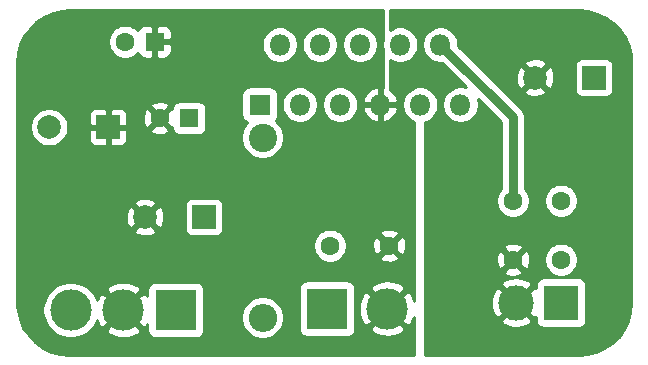
<source format=gbr>
G04 #@! TF.GenerationSoftware,KiCad,Pcbnew,5.1.6-c6e7f7d~87~ubuntu18.04.1*
G04 #@! TF.CreationDate,2020-08-21T12:14:16-04:00*
G04 #@! TF.ProjectId,lm3886_stereo_amp,6c6d3338-3836-45f7-9374-6572656f5f61,1*
G04 #@! TF.SameCoordinates,Original*
G04 #@! TF.FileFunction,Copper,L2,Bot*
G04 #@! TF.FilePolarity,Positive*
%FSLAX46Y46*%
G04 Gerber Fmt 4.6, Leading zero omitted, Abs format (unit mm)*
G04 Created by KiCad (PCBNEW 5.1.6-c6e7f7d~87~ubuntu18.04.1) date 2020-08-21 12:14:16*
%MOMM*%
%LPD*%
G01*
G04 APERTURE LIST*
G04 #@! TA.AperFunction,ComponentPad*
%ADD10C,1.600000*%
G04 #@! TD*
G04 #@! TA.AperFunction,ComponentPad*
%ADD11R,1.600000X1.600000*%
G04 #@! TD*
G04 #@! TA.AperFunction,ComponentPad*
%ADD12C,2.999740*%
G04 #@! TD*
G04 #@! TA.AperFunction,ComponentPad*
%ADD13R,2.999740X2.999740*%
G04 #@! TD*
G04 #@! TA.AperFunction,ComponentPad*
%ADD14C,3.500120*%
G04 #@! TD*
G04 #@! TA.AperFunction,ComponentPad*
%ADD15R,3.500120X3.500120*%
G04 #@! TD*
G04 #@! TA.AperFunction,ComponentPad*
%ADD16O,1.800000X1.800000*%
G04 #@! TD*
G04 #@! TA.AperFunction,ComponentPad*
%ADD17R,1.800000X1.800000*%
G04 #@! TD*
G04 #@! TA.AperFunction,ComponentPad*
%ADD18O,2.400000X2.400000*%
G04 #@! TD*
G04 #@! TA.AperFunction,ComponentPad*
%ADD19C,2.400000*%
G04 #@! TD*
G04 #@! TA.AperFunction,ComponentPad*
%ADD20C,2.000000*%
G04 #@! TD*
G04 #@! TA.AperFunction,ComponentPad*
%ADD21R,2.000000X2.000000*%
G04 #@! TD*
G04 #@! TA.AperFunction,Conductor*
%ADD22C,0.762000*%
G04 #@! TD*
G04 #@! TA.AperFunction,Conductor*
%ADD23C,0.254000*%
G04 #@! TD*
G04 APERTURE END LIST*
D10*
X152828000Y-103124000D03*
X147828000Y-103124000D03*
X163322000Y-104330500D03*
X163322000Y-99330500D03*
X167386000Y-104314000D03*
X167386000Y-99314000D03*
X130469000Y-85852000D03*
D11*
X132969000Y-85852000D03*
D10*
X133390000Y-92329000D03*
D11*
X135890000Y-92329000D03*
D12*
X163576000Y-107950000D03*
D13*
X167386000Y-107950000D03*
D14*
X125857000Y-108585000D03*
X130302000Y-108585000D03*
D15*
X134747000Y-108585000D03*
D14*
X152654000Y-108458000D03*
D15*
X147574000Y-108458000D03*
D16*
X158859000Y-91186000D03*
X157159000Y-86106000D03*
X155459000Y-91186000D03*
X153759000Y-86106000D03*
X152059000Y-91186000D03*
X150359000Y-86106000D03*
X148659000Y-91186000D03*
X146959000Y-86106000D03*
X145259000Y-91186000D03*
X143559000Y-86106000D03*
D17*
X141859000Y-91186000D03*
D18*
X142113000Y-109220000D03*
D19*
X142113000Y-93980000D03*
D20*
X124032000Y-93091000D03*
D21*
X129032000Y-93091000D03*
D20*
X132160000Y-100711000D03*
D21*
X137160000Y-100711000D03*
D20*
X165180000Y-88900000D03*
D21*
X170180000Y-88900000D03*
D22*
X163322000Y-92269000D02*
X157159000Y-86106000D01*
X163322000Y-99394000D02*
X163322000Y-92269000D01*
D23*
G36*
X152273000Y-85708475D02*
G01*
X152224000Y-85954816D01*
X152224000Y-86257184D01*
X152273000Y-86503525D01*
X152273000Y-89771077D01*
X152186000Y-89815008D01*
X152186000Y-91059000D01*
X153429378Y-91059000D01*
X153550036Y-90821260D01*
X153501394Y-90660893D01*
X153371236Y-90389586D01*
X153190649Y-90148884D01*
X152966573Y-89948038D01*
X152908000Y-89913369D01*
X152908000Y-87383508D01*
X153031905Y-87466299D01*
X153311257Y-87582011D01*
X153607816Y-87641000D01*
X153910184Y-87641000D01*
X154206743Y-87582011D01*
X154486095Y-87466299D01*
X154737505Y-87298312D01*
X154951312Y-87084505D01*
X155119299Y-86833095D01*
X155235011Y-86553743D01*
X155294000Y-86257184D01*
X155294000Y-85954816D01*
X155624000Y-85954816D01*
X155624000Y-86257184D01*
X155682989Y-86553743D01*
X155798701Y-86833095D01*
X155966688Y-87084505D01*
X156180495Y-87298312D01*
X156431905Y-87466299D01*
X156711257Y-87582011D01*
X157007816Y-87641000D01*
X157257160Y-87641000D01*
X159339870Y-89723711D01*
X159306743Y-89709989D01*
X159010184Y-89651000D01*
X158707816Y-89651000D01*
X158411257Y-89709989D01*
X158131905Y-89825701D01*
X157880495Y-89993688D01*
X157666688Y-90207495D01*
X157498701Y-90458905D01*
X157382989Y-90738257D01*
X157324000Y-91034816D01*
X157324000Y-91337184D01*
X157382989Y-91633743D01*
X157498701Y-91913095D01*
X157666688Y-92164505D01*
X157880495Y-92378312D01*
X158131905Y-92546299D01*
X158411257Y-92662011D01*
X158707816Y-92721000D01*
X159010184Y-92721000D01*
X159306743Y-92662011D01*
X159586095Y-92546299D01*
X159837505Y-92378312D01*
X160051312Y-92164505D01*
X160219299Y-91913095D01*
X160335011Y-91633743D01*
X160394000Y-91337184D01*
X160394000Y-91034816D01*
X160335011Y-90738257D01*
X160321289Y-90705130D01*
X162306001Y-92689842D01*
X162306000Y-98317104D01*
X162207363Y-98415741D01*
X162050320Y-98650773D01*
X161942147Y-98911926D01*
X161887000Y-99189165D01*
X161887000Y-99471835D01*
X161942147Y-99749074D01*
X162050320Y-100010227D01*
X162207363Y-100245259D01*
X162407241Y-100445137D01*
X162642273Y-100602180D01*
X162903426Y-100710353D01*
X163180665Y-100765500D01*
X163463335Y-100765500D01*
X163740574Y-100710353D01*
X164001727Y-100602180D01*
X164236759Y-100445137D01*
X164436637Y-100245259D01*
X164593680Y-100010227D01*
X164701853Y-99749074D01*
X164757000Y-99471835D01*
X164757000Y-99189165D01*
X164753718Y-99172665D01*
X165951000Y-99172665D01*
X165951000Y-99455335D01*
X166006147Y-99732574D01*
X166114320Y-99993727D01*
X166271363Y-100228759D01*
X166471241Y-100428637D01*
X166706273Y-100585680D01*
X166967426Y-100693853D01*
X167244665Y-100749000D01*
X167527335Y-100749000D01*
X167804574Y-100693853D01*
X168065727Y-100585680D01*
X168300759Y-100428637D01*
X168500637Y-100228759D01*
X168657680Y-99993727D01*
X168765853Y-99732574D01*
X168821000Y-99455335D01*
X168821000Y-99172665D01*
X168765853Y-98895426D01*
X168657680Y-98634273D01*
X168500637Y-98399241D01*
X168300759Y-98199363D01*
X168065727Y-98042320D01*
X167804574Y-97934147D01*
X167527335Y-97879000D01*
X167244665Y-97879000D01*
X166967426Y-97934147D01*
X166706273Y-98042320D01*
X166471241Y-98199363D01*
X166271363Y-98399241D01*
X166114320Y-98634273D01*
X166006147Y-98895426D01*
X165951000Y-99172665D01*
X164753718Y-99172665D01*
X164701853Y-98911926D01*
X164593680Y-98650773D01*
X164436637Y-98415741D01*
X164338000Y-98317104D01*
X164338000Y-92318893D01*
X164342914Y-92268999D01*
X164338000Y-92219105D01*
X164338000Y-92219098D01*
X164323298Y-92069829D01*
X164265202Y-91878313D01*
X164170860Y-91701810D01*
X164043896Y-91547104D01*
X164005133Y-91515292D01*
X162525254Y-90035413D01*
X164224192Y-90035413D01*
X164319956Y-90299814D01*
X164609571Y-90440704D01*
X164921108Y-90522384D01*
X165242595Y-90541718D01*
X165561675Y-90497961D01*
X165866088Y-90392795D01*
X166040044Y-90299814D01*
X166135808Y-90035413D01*
X165180000Y-89079605D01*
X164224192Y-90035413D01*
X162525254Y-90035413D01*
X161452436Y-88962595D01*
X163538282Y-88962595D01*
X163582039Y-89281675D01*
X163687205Y-89586088D01*
X163780186Y-89760044D01*
X164044587Y-89855808D01*
X165000395Y-88900000D01*
X165359605Y-88900000D01*
X166315413Y-89855808D01*
X166579814Y-89760044D01*
X166720704Y-89470429D01*
X166802384Y-89158892D01*
X166821718Y-88837405D01*
X166777961Y-88518325D01*
X166672795Y-88213912D01*
X166579814Y-88039956D01*
X166315413Y-87944192D01*
X165359605Y-88900000D01*
X165000395Y-88900000D01*
X164044587Y-87944192D01*
X163780186Y-88039956D01*
X163639296Y-88329571D01*
X163557616Y-88641108D01*
X163538282Y-88962595D01*
X161452436Y-88962595D01*
X160254428Y-87764587D01*
X164224192Y-87764587D01*
X165180000Y-88720395D01*
X166000395Y-87900000D01*
X168541928Y-87900000D01*
X168541928Y-89900000D01*
X168554188Y-90024482D01*
X168590498Y-90144180D01*
X168649463Y-90254494D01*
X168728815Y-90351185D01*
X168825506Y-90430537D01*
X168935820Y-90489502D01*
X169055518Y-90525812D01*
X169180000Y-90538072D01*
X171180000Y-90538072D01*
X171304482Y-90525812D01*
X171424180Y-90489502D01*
X171534494Y-90430537D01*
X171631185Y-90351185D01*
X171710537Y-90254494D01*
X171769502Y-90144180D01*
X171805812Y-90024482D01*
X171818072Y-89900000D01*
X171818072Y-87900000D01*
X171805812Y-87775518D01*
X171769502Y-87655820D01*
X171710537Y-87545506D01*
X171631185Y-87448815D01*
X171534494Y-87369463D01*
X171424180Y-87310498D01*
X171304482Y-87274188D01*
X171180000Y-87261928D01*
X169180000Y-87261928D01*
X169055518Y-87274188D01*
X168935820Y-87310498D01*
X168825506Y-87369463D01*
X168728815Y-87448815D01*
X168649463Y-87545506D01*
X168590498Y-87655820D01*
X168554188Y-87775518D01*
X168541928Y-87900000D01*
X166000395Y-87900000D01*
X166135808Y-87764587D01*
X166040044Y-87500186D01*
X165750429Y-87359296D01*
X165438892Y-87277616D01*
X165117405Y-87258282D01*
X164798325Y-87302039D01*
X164493912Y-87407205D01*
X164319956Y-87500186D01*
X164224192Y-87764587D01*
X160254428Y-87764587D01*
X158694000Y-86204160D01*
X158694000Y-85954816D01*
X158635011Y-85658257D01*
X158519299Y-85378905D01*
X158351312Y-85127495D01*
X158137505Y-84913688D01*
X157886095Y-84745701D01*
X157606743Y-84629989D01*
X157310184Y-84571000D01*
X157007816Y-84571000D01*
X156711257Y-84629989D01*
X156431905Y-84745701D01*
X156180495Y-84913688D01*
X155966688Y-85127495D01*
X155798701Y-85378905D01*
X155682989Y-85658257D01*
X155624000Y-85954816D01*
X155294000Y-85954816D01*
X155235011Y-85658257D01*
X155119299Y-85378905D01*
X154951312Y-85127495D01*
X154737505Y-84913688D01*
X154486095Y-84745701D01*
X154206743Y-84629989D01*
X153910184Y-84571000D01*
X153607816Y-84571000D01*
X153311257Y-84629989D01*
X153031905Y-84745701D01*
X152908000Y-84828492D01*
X152908000Y-83210000D01*
X168880608Y-83210000D01*
X169692249Y-83282437D01*
X170449774Y-83489672D01*
X171158625Y-83827777D01*
X171796404Y-84286067D01*
X172342946Y-84850055D01*
X172780977Y-85501913D01*
X173096651Y-86221038D01*
X173281206Y-86989768D01*
X173330001Y-87654221D01*
X173330000Y-107920608D01*
X173257563Y-108732249D01*
X173050328Y-109489774D01*
X172712221Y-110198627D01*
X172253928Y-110836410D01*
X171689945Y-111382946D01*
X171038085Y-111820978D01*
X170318963Y-112136651D01*
X169550232Y-112321206D01*
X168885792Y-112370000D01*
X155829000Y-112370000D01*
X155829000Y-109441561D01*
X162264044Y-109441561D01*
X162420040Y-109757108D01*
X162794800Y-109947901D01*
X163199582Y-110061917D01*
X163618829Y-110094772D01*
X164036431Y-110045205D01*
X164436339Y-109915121D01*
X164731960Y-109757108D01*
X164887956Y-109441561D01*
X163576000Y-108129605D01*
X162264044Y-109441561D01*
X155829000Y-109441561D01*
X155829000Y-107992829D01*
X161431228Y-107992829D01*
X161480795Y-108410431D01*
X161610879Y-108810339D01*
X161768892Y-109105960D01*
X162084439Y-109261956D01*
X163396395Y-107950000D01*
X163755605Y-107950000D01*
X165067561Y-109261956D01*
X165248058Y-109172724D01*
X165248058Y-109449870D01*
X165260318Y-109574352D01*
X165296628Y-109694050D01*
X165355593Y-109804364D01*
X165434945Y-109901055D01*
X165531636Y-109980407D01*
X165641950Y-110039372D01*
X165761648Y-110075682D01*
X165886130Y-110087942D01*
X168885870Y-110087942D01*
X169010352Y-110075682D01*
X169130050Y-110039372D01*
X169240364Y-109980407D01*
X169337055Y-109901055D01*
X169416407Y-109804364D01*
X169475372Y-109694050D01*
X169511682Y-109574352D01*
X169523942Y-109449870D01*
X169523942Y-106450130D01*
X169511682Y-106325648D01*
X169475372Y-106205950D01*
X169416407Y-106095636D01*
X169337055Y-105998945D01*
X169240364Y-105919593D01*
X169130050Y-105860628D01*
X169010352Y-105824318D01*
X168885870Y-105812058D01*
X165886130Y-105812058D01*
X165761648Y-105824318D01*
X165641950Y-105860628D01*
X165531636Y-105919593D01*
X165434945Y-105998945D01*
X165355593Y-106095636D01*
X165296628Y-106205950D01*
X165260318Y-106325648D01*
X165248058Y-106450130D01*
X165248058Y-106727276D01*
X165067561Y-106638044D01*
X163755605Y-107950000D01*
X163396395Y-107950000D01*
X162084439Y-106638044D01*
X161768892Y-106794040D01*
X161578099Y-107168800D01*
X161464083Y-107573582D01*
X161431228Y-107992829D01*
X155829000Y-107992829D01*
X155829000Y-106458439D01*
X162264044Y-106458439D01*
X163576000Y-107770395D01*
X164887956Y-106458439D01*
X164731960Y-106142892D01*
X164357200Y-105952099D01*
X163952418Y-105838083D01*
X163533171Y-105805228D01*
X163115569Y-105854795D01*
X162715661Y-105984879D01*
X162420040Y-106142892D01*
X162264044Y-106458439D01*
X155829000Y-106458439D01*
X155829000Y-105323202D01*
X162508903Y-105323202D01*
X162580486Y-105567171D01*
X162835996Y-105688071D01*
X163110184Y-105756800D01*
X163392512Y-105770717D01*
X163672130Y-105729287D01*
X163938292Y-105634103D01*
X164063514Y-105567171D01*
X164135097Y-105323202D01*
X163322000Y-104510105D01*
X162508903Y-105323202D01*
X155829000Y-105323202D01*
X155829000Y-104401012D01*
X161881783Y-104401012D01*
X161923213Y-104680630D01*
X162018397Y-104946792D01*
X162085329Y-105072014D01*
X162329298Y-105143597D01*
X163142395Y-104330500D01*
X163501605Y-104330500D01*
X164314702Y-105143597D01*
X164558671Y-105072014D01*
X164679571Y-104816504D01*
X164748300Y-104542316D01*
X164762217Y-104259988D01*
X164749279Y-104172665D01*
X165951000Y-104172665D01*
X165951000Y-104455335D01*
X166006147Y-104732574D01*
X166114320Y-104993727D01*
X166271363Y-105228759D01*
X166471241Y-105428637D01*
X166706273Y-105585680D01*
X166967426Y-105693853D01*
X167244665Y-105749000D01*
X167527335Y-105749000D01*
X167804574Y-105693853D01*
X168065727Y-105585680D01*
X168300759Y-105428637D01*
X168500637Y-105228759D01*
X168657680Y-104993727D01*
X168765853Y-104732574D01*
X168821000Y-104455335D01*
X168821000Y-104172665D01*
X168765853Y-103895426D01*
X168657680Y-103634273D01*
X168500637Y-103399241D01*
X168300759Y-103199363D01*
X168065727Y-103042320D01*
X167804574Y-102934147D01*
X167527335Y-102879000D01*
X167244665Y-102879000D01*
X166967426Y-102934147D01*
X166706273Y-103042320D01*
X166471241Y-103199363D01*
X166271363Y-103399241D01*
X166114320Y-103634273D01*
X166006147Y-103895426D01*
X165951000Y-104172665D01*
X164749279Y-104172665D01*
X164720787Y-103980370D01*
X164625603Y-103714208D01*
X164558671Y-103588986D01*
X164314702Y-103517403D01*
X163501605Y-104330500D01*
X163142395Y-104330500D01*
X162329298Y-103517403D01*
X162085329Y-103588986D01*
X161964429Y-103844496D01*
X161895700Y-104118684D01*
X161881783Y-104401012D01*
X155829000Y-104401012D01*
X155829000Y-103337798D01*
X162508903Y-103337798D01*
X163322000Y-104150895D01*
X164135097Y-103337798D01*
X164063514Y-103093829D01*
X163808004Y-102972929D01*
X163533816Y-102904200D01*
X163251488Y-102890283D01*
X162971870Y-102931713D01*
X162705708Y-103026897D01*
X162580486Y-103093829D01*
X162508903Y-103337798D01*
X155829000Y-103337798D01*
X155829000Y-92677475D01*
X155906743Y-92662011D01*
X156186095Y-92546299D01*
X156437505Y-92378312D01*
X156651312Y-92164505D01*
X156819299Y-91913095D01*
X156935011Y-91633743D01*
X156994000Y-91337184D01*
X156994000Y-91034816D01*
X156935011Y-90738257D01*
X156819299Y-90458905D01*
X156651312Y-90207495D01*
X156437505Y-89993688D01*
X156186095Y-89825701D01*
X155906743Y-89709989D01*
X155610184Y-89651000D01*
X155307816Y-89651000D01*
X155011257Y-89709989D01*
X154731905Y-89825701D01*
X154480495Y-89993688D01*
X154266688Y-90207495D01*
X154098701Y-90458905D01*
X153982989Y-90738257D01*
X153924000Y-91034816D01*
X153924000Y-91337184D01*
X153982989Y-91633743D01*
X154098701Y-91913095D01*
X154266688Y-92164505D01*
X154480495Y-92378312D01*
X154731905Y-92546299D01*
X154940000Y-92632495D01*
X154940000Y-107776341D01*
X154855354Y-107510511D01*
X154664815Y-107154039D01*
X154323651Y-106967954D01*
X152833605Y-108458000D01*
X154323651Y-109948046D01*
X154664815Y-109761961D01*
X154880568Y-109344616D01*
X154940000Y-109138538D01*
X154940000Y-112370000D01*
X125759392Y-112370000D01*
X124947751Y-112297563D01*
X124190226Y-112090328D01*
X123481373Y-111752221D01*
X122843590Y-111293928D01*
X122297054Y-110729945D01*
X121859022Y-110078085D01*
X121543349Y-109358963D01*
X121358794Y-108590232D01*
X121341160Y-108350092D01*
X123471940Y-108350092D01*
X123471940Y-108819908D01*
X123563597Y-109280696D01*
X123743387Y-109714749D01*
X124004403Y-110105387D01*
X124336613Y-110437597D01*
X124727251Y-110698613D01*
X125161304Y-110878403D01*
X125622092Y-110970060D01*
X126091908Y-110970060D01*
X126552696Y-110878403D01*
X126986749Y-110698613D01*
X127377387Y-110437597D01*
X127560333Y-110254651D01*
X128811954Y-110254651D01*
X128998039Y-110595815D01*
X129415384Y-110811568D01*
X129866802Y-110941755D01*
X130334944Y-110981374D01*
X130801821Y-110928901D01*
X131249489Y-110786354D01*
X131605961Y-110595815D01*
X131792046Y-110254651D01*
X130302000Y-108764605D01*
X128811954Y-110254651D01*
X127560333Y-110254651D01*
X127709597Y-110105387D01*
X127970613Y-109714749D01*
X128076942Y-109458047D01*
X128100646Y-109532489D01*
X128291185Y-109888961D01*
X128632349Y-110075046D01*
X130122395Y-108585000D01*
X130481605Y-108585000D01*
X131971651Y-110075046D01*
X132312815Y-109888961D01*
X132358868Y-109799878D01*
X132358868Y-110335060D01*
X132371128Y-110459542D01*
X132407438Y-110579240D01*
X132466403Y-110689554D01*
X132545755Y-110786245D01*
X132642446Y-110865597D01*
X132752760Y-110924562D01*
X132872458Y-110960872D01*
X132996940Y-110973132D01*
X136497060Y-110973132D01*
X136621542Y-110960872D01*
X136741240Y-110924562D01*
X136851554Y-110865597D01*
X136948245Y-110786245D01*
X137027597Y-110689554D01*
X137086562Y-110579240D01*
X137122872Y-110459542D01*
X137135132Y-110335060D01*
X137135132Y-109039268D01*
X140278000Y-109039268D01*
X140278000Y-109400732D01*
X140348518Y-109755250D01*
X140486844Y-110089199D01*
X140687662Y-110389744D01*
X140943256Y-110645338D01*
X141243801Y-110846156D01*
X141577750Y-110984482D01*
X141932268Y-111055000D01*
X142293732Y-111055000D01*
X142648250Y-110984482D01*
X142982199Y-110846156D01*
X143282744Y-110645338D01*
X143538338Y-110389744D01*
X143739156Y-110089199D01*
X143877482Y-109755250D01*
X143948000Y-109400732D01*
X143948000Y-109039268D01*
X143877482Y-108684750D01*
X143739156Y-108350801D01*
X143538338Y-108050256D01*
X143282744Y-107794662D01*
X142982199Y-107593844D01*
X142648250Y-107455518D01*
X142293732Y-107385000D01*
X141932268Y-107385000D01*
X141577750Y-107455518D01*
X141243801Y-107593844D01*
X140943256Y-107794662D01*
X140687662Y-108050256D01*
X140486844Y-108350801D01*
X140348518Y-108684750D01*
X140278000Y-109039268D01*
X137135132Y-109039268D01*
X137135132Y-106834940D01*
X137122872Y-106710458D01*
X137122109Y-106707940D01*
X145185868Y-106707940D01*
X145185868Y-110208060D01*
X145198128Y-110332542D01*
X145234438Y-110452240D01*
X145293403Y-110562554D01*
X145372755Y-110659245D01*
X145469446Y-110738597D01*
X145579760Y-110797562D01*
X145699458Y-110833872D01*
X145823940Y-110846132D01*
X149324060Y-110846132D01*
X149448542Y-110833872D01*
X149568240Y-110797562D01*
X149678554Y-110738597D01*
X149775245Y-110659245D01*
X149854597Y-110562554D01*
X149913562Y-110452240D01*
X149949872Y-110332542D01*
X149962132Y-110208060D01*
X149962132Y-110127651D01*
X151163954Y-110127651D01*
X151350039Y-110468815D01*
X151767384Y-110684568D01*
X152218802Y-110814755D01*
X152686944Y-110854374D01*
X153153821Y-110801901D01*
X153601489Y-110659354D01*
X153957961Y-110468815D01*
X154144046Y-110127651D01*
X152654000Y-108637605D01*
X151163954Y-110127651D01*
X149962132Y-110127651D01*
X149962132Y-108490944D01*
X150257626Y-108490944D01*
X150310099Y-108957821D01*
X150452646Y-109405489D01*
X150643185Y-109761961D01*
X150984349Y-109948046D01*
X152474395Y-108458000D01*
X150984349Y-106967954D01*
X150643185Y-107154039D01*
X150427432Y-107571384D01*
X150297245Y-108022802D01*
X150257626Y-108490944D01*
X149962132Y-108490944D01*
X149962132Y-106788349D01*
X151163954Y-106788349D01*
X152654000Y-108278395D01*
X154144046Y-106788349D01*
X153957961Y-106447185D01*
X153540616Y-106231432D01*
X153089198Y-106101245D01*
X152621056Y-106061626D01*
X152154179Y-106114099D01*
X151706511Y-106256646D01*
X151350039Y-106447185D01*
X151163954Y-106788349D01*
X149962132Y-106788349D01*
X149962132Y-106707940D01*
X149949872Y-106583458D01*
X149913562Y-106463760D01*
X149854597Y-106353446D01*
X149775245Y-106256755D01*
X149678554Y-106177403D01*
X149568240Y-106118438D01*
X149448542Y-106082128D01*
X149324060Y-106069868D01*
X145823940Y-106069868D01*
X145699458Y-106082128D01*
X145579760Y-106118438D01*
X145469446Y-106177403D01*
X145372755Y-106256755D01*
X145293403Y-106353446D01*
X145234438Y-106463760D01*
X145198128Y-106583458D01*
X145185868Y-106707940D01*
X137122109Y-106707940D01*
X137086562Y-106590760D01*
X137027597Y-106480446D01*
X136948245Y-106383755D01*
X136851554Y-106304403D01*
X136741240Y-106245438D01*
X136621542Y-106209128D01*
X136497060Y-106196868D01*
X132996940Y-106196868D01*
X132872458Y-106209128D01*
X132752760Y-106245438D01*
X132642446Y-106304403D01*
X132545755Y-106383755D01*
X132466403Y-106480446D01*
X132407438Y-106590760D01*
X132371128Y-106710458D01*
X132358868Y-106834940D01*
X132358868Y-107367198D01*
X132312815Y-107281039D01*
X131971651Y-107094954D01*
X130481605Y-108585000D01*
X130122395Y-108585000D01*
X128632349Y-107094954D01*
X128291185Y-107281039D01*
X128075432Y-107698384D01*
X128073745Y-107704234D01*
X127970613Y-107455251D01*
X127709597Y-107064613D01*
X127560333Y-106915349D01*
X128811954Y-106915349D01*
X130302000Y-108405395D01*
X131792046Y-106915349D01*
X131605961Y-106574185D01*
X131188616Y-106358432D01*
X130737198Y-106228245D01*
X130269056Y-106188626D01*
X129802179Y-106241099D01*
X129354511Y-106383646D01*
X128998039Y-106574185D01*
X128811954Y-106915349D01*
X127560333Y-106915349D01*
X127377387Y-106732403D01*
X126986749Y-106471387D01*
X126552696Y-106291597D01*
X126091908Y-106199940D01*
X125622092Y-106199940D01*
X125161304Y-106291597D01*
X124727251Y-106471387D01*
X124336613Y-106732403D01*
X124004403Y-107064613D01*
X123743387Y-107455251D01*
X123563597Y-107889304D01*
X123471940Y-108350092D01*
X121341160Y-108350092D01*
X121310000Y-107925792D01*
X121310000Y-102982665D01*
X146393000Y-102982665D01*
X146393000Y-103265335D01*
X146448147Y-103542574D01*
X146556320Y-103803727D01*
X146713363Y-104038759D01*
X146913241Y-104238637D01*
X147148273Y-104395680D01*
X147409426Y-104503853D01*
X147686665Y-104559000D01*
X147969335Y-104559000D01*
X148246574Y-104503853D01*
X148507727Y-104395680D01*
X148742759Y-104238637D01*
X148864694Y-104116702D01*
X152014903Y-104116702D01*
X152086486Y-104360671D01*
X152341996Y-104481571D01*
X152616184Y-104550300D01*
X152898512Y-104564217D01*
X153178130Y-104522787D01*
X153444292Y-104427603D01*
X153569514Y-104360671D01*
X153641097Y-104116702D01*
X152828000Y-103303605D01*
X152014903Y-104116702D01*
X148864694Y-104116702D01*
X148942637Y-104038759D01*
X149099680Y-103803727D01*
X149207853Y-103542574D01*
X149263000Y-103265335D01*
X149263000Y-103194512D01*
X151387783Y-103194512D01*
X151429213Y-103474130D01*
X151524397Y-103740292D01*
X151591329Y-103865514D01*
X151835298Y-103937097D01*
X152648395Y-103124000D01*
X153007605Y-103124000D01*
X153820702Y-103937097D01*
X154064671Y-103865514D01*
X154185571Y-103610004D01*
X154254300Y-103335816D01*
X154268217Y-103053488D01*
X154226787Y-102773870D01*
X154131603Y-102507708D01*
X154064671Y-102382486D01*
X153820702Y-102310903D01*
X153007605Y-103124000D01*
X152648395Y-103124000D01*
X151835298Y-102310903D01*
X151591329Y-102382486D01*
X151470429Y-102637996D01*
X151401700Y-102912184D01*
X151387783Y-103194512D01*
X149263000Y-103194512D01*
X149263000Y-102982665D01*
X149207853Y-102705426D01*
X149099680Y-102444273D01*
X148942637Y-102209241D01*
X148864694Y-102131298D01*
X152014903Y-102131298D01*
X152828000Y-102944395D01*
X153641097Y-102131298D01*
X153569514Y-101887329D01*
X153314004Y-101766429D01*
X153039816Y-101697700D01*
X152757488Y-101683783D01*
X152477870Y-101725213D01*
X152211708Y-101820397D01*
X152086486Y-101887329D01*
X152014903Y-102131298D01*
X148864694Y-102131298D01*
X148742759Y-102009363D01*
X148507727Y-101852320D01*
X148246574Y-101744147D01*
X147969335Y-101689000D01*
X147686665Y-101689000D01*
X147409426Y-101744147D01*
X147148273Y-101852320D01*
X146913241Y-102009363D01*
X146713363Y-102209241D01*
X146556320Y-102444273D01*
X146448147Y-102705426D01*
X146393000Y-102982665D01*
X121310000Y-102982665D01*
X121310000Y-101846413D01*
X131204192Y-101846413D01*
X131299956Y-102110814D01*
X131589571Y-102251704D01*
X131901108Y-102333384D01*
X132222595Y-102352718D01*
X132541675Y-102308961D01*
X132846088Y-102203795D01*
X133020044Y-102110814D01*
X133115808Y-101846413D01*
X132160000Y-100890605D01*
X131204192Y-101846413D01*
X121310000Y-101846413D01*
X121310000Y-100773595D01*
X130518282Y-100773595D01*
X130562039Y-101092675D01*
X130667205Y-101397088D01*
X130760186Y-101571044D01*
X131024587Y-101666808D01*
X131980395Y-100711000D01*
X132339605Y-100711000D01*
X133295413Y-101666808D01*
X133559814Y-101571044D01*
X133700704Y-101281429D01*
X133782384Y-100969892D01*
X133801718Y-100648405D01*
X133757961Y-100329325D01*
X133652795Y-100024912D01*
X133559814Y-99850956D01*
X133295413Y-99755192D01*
X132339605Y-100711000D01*
X131980395Y-100711000D01*
X131024587Y-99755192D01*
X130760186Y-99850956D01*
X130619296Y-100140571D01*
X130537616Y-100452108D01*
X130518282Y-100773595D01*
X121310000Y-100773595D01*
X121310000Y-99575587D01*
X131204192Y-99575587D01*
X132160000Y-100531395D01*
X132980395Y-99711000D01*
X135521928Y-99711000D01*
X135521928Y-101711000D01*
X135534188Y-101835482D01*
X135570498Y-101955180D01*
X135629463Y-102065494D01*
X135708815Y-102162185D01*
X135805506Y-102241537D01*
X135915820Y-102300502D01*
X136035518Y-102336812D01*
X136160000Y-102349072D01*
X138160000Y-102349072D01*
X138284482Y-102336812D01*
X138404180Y-102300502D01*
X138514494Y-102241537D01*
X138611185Y-102162185D01*
X138690537Y-102065494D01*
X138749502Y-101955180D01*
X138785812Y-101835482D01*
X138798072Y-101711000D01*
X138798072Y-99711000D01*
X138785812Y-99586518D01*
X138749502Y-99466820D01*
X138690537Y-99356506D01*
X138611185Y-99259815D01*
X138514494Y-99180463D01*
X138404180Y-99121498D01*
X138284482Y-99085188D01*
X138160000Y-99072928D01*
X136160000Y-99072928D01*
X136035518Y-99085188D01*
X135915820Y-99121498D01*
X135805506Y-99180463D01*
X135708815Y-99259815D01*
X135629463Y-99356506D01*
X135570498Y-99466820D01*
X135534188Y-99586518D01*
X135521928Y-99711000D01*
X132980395Y-99711000D01*
X133115808Y-99575587D01*
X133020044Y-99311186D01*
X132730429Y-99170296D01*
X132418892Y-99088616D01*
X132097405Y-99069282D01*
X131778325Y-99113039D01*
X131473912Y-99218205D01*
X131299956Y-99311186D01*
X131204192Y-99575587D01*
X121310000Y-99575587D01*
X121310000Y-92929967D01*
X122397000Y-92929967D01*
X122397000Y-93252033D01*
X122459832Y-93567912D01*
X122583082Y-93865463D01*
X122762013Y-94133252D01*
X122989748Y-94360987D01*
X123257537Y-94539918D01*
X123555088Y-94663168D01*
X123870967Y-94726000D01*
X124193033Y-94726000D01*
X124508912Y-94663168D01*
X124806463Y-94539918D01*
X125074252Y-94360987D01*
X125301987Y-94133252D01*
X125330218Y-94091000D01*
X127393928Y-94091000D01*
X127406188Y-94215482D01*
X127442498Y-94335180D01*
X127501463Y-94445494D01*
X127580815Y-94542185D01*
X127677506Y-94621537D01*
X127787820Y-94680502D01*
X127907518Y-94716812D01*
X128032000Y-94729072D01*
X128746250Y-94726000D01*
X128905000Y-94567250D01*
X128905000Y-93218000D01*
X129159000Y-93218000D01*
X129159000Y-94567250D01*
X129317750Y-94726000D01*
X130032000Y-94729072D01*
X130156482Y-94716812D01*
X130276180Y-94680502D01*
X130386494Y-94621537D01*
X130483185Y-94542185D01*
X130562537Y-94445494D01*
X130621502Y-94335180D01*
X130657812Y-94215482D01*
X130670072Y-94091000D01*
X130668818Y-93799268D01*
X140278000Y-93799268D01*
X140278000Y-94160732D01*
X140348518Y-94515250D01*
X140486844Y-94849199D01*
X140687662Y-95149744D01*
X140943256Y-95405338D01*
X141243801Y-95606156D01*
X141577750Y-95744482D01*
X141932268Y-95815000D01*
X142293732Y-95815000D01*
X142648250Y-95744482D01*
X142982199Y-95606156D01*
X143282744Y-95405338D01*
X143538338Y-95149744D01*
X143739156Y-94849199D01*
X143877482Y-94515250D01*
X143948000Y-94160732D01*
X143948000Y-93799268D01*
X143877482Y-93444750D01*
X143739156Y-93110801D01*
X143538338Y-92810256D01*
X143282744Y-92554662D01*
X143226619Y-92517160D01*
X143289537Y-92440494D01*
X143348502Y-92330180D01*
X143384812Y-92210482D01*
X143397072Y-92086000D01*
X143397072Y-91034816D01*
X143724000Y-91034816D01*
X143724000Y-91337184D01*
X143782989Y-91633743D01*
X143898701Y-91913095D01*
X144066688Y-92164505D01*
X144280495Y-92378312D01*
X144531905Y-92546299D01*
X144811257Y-92662011D01*
X145107816Y-92721000D01*
X145410184Y-92721000D01*
X145706743Y-92662011D01*
X145986095Y-92546299D01*
X146237505Y-92378312D01*
X146451312Y-92164505D01*
X146619299Y-91913095D01*
X146735011Y-91633743D01*
X146794000Y-91337184D01*
X146794000Y-91034816D01*
X147124000Y-91034816D01*
X147124000Y-91337184D01*
X147182989Y-91633743D01*
X147298701Y-91913095D01*
X147466688Y-92164505D01*
X147680495Y-92378312D01*
X147931905Y-92546299D01*
X148211257Y-92662011D01*
X148507816Y-92721000D01*
X148810184Y-92721000D01*
X149106743Y-92662011D01*
X149386095Y-92546299D01*
X149637505Y-92378312D01*
X149851312Y-92164505D01*
X150019299Y-91913095D01*
X150135011Y-91633743D01*
X150151521Y-91550740D01*
X150567964Y-91550740D01*
X150616606Y-91711107D01*
X150746764Y-91982414D01*
X150927351Y-92223116D01*
X151151427Y-92423962D01*
X151410380Y-92577234D01*
X151694259Y-92677041D01*
X151932000Y-92556992D01*
X151932000Y-91313000D01*
X152186000Y-91313000D01*
X152186000Y-92556992D01*
X152423741Y-92677041D01*
X152707620Y-92577234D01*
X152966573Y-92423962D01*
X153190649Y-92223116D01*
X153371236Y-91982414D01*
X153501394Y-91711107D01*
X153550036Y-91550740D01*
X153429378Y-91313000D01*
X152186000Y-91313000D01*
X151932000Y-91313000D01*
X150688622Y-91313000D01*
X150567964Y-91550740D01*
X150151521Y-91550740D01*
X150194000Y-91337184D01*
X150194000Y-91034816D01*
X150151522Y-90821260D01*
X150567964Y-90821260D01*
X150688622Y-91059000D01*
X151932000Y-91059000D01*
X151932000Y-89815008D01*
X151694259Y-89694959D01*
X151410380Y-89794766D01*
X151151427Y-89948038D01*
X150927351Y-90148884D01*
X150746764Y-90389586D01*
X150616606Y-90660893D01*
X150567964Y-90821260D01*
X150151522Y-90821260D01*
X150135011Y-90738257D01*
X150019299Y-90458905D01*
X149851312Y-90207495D01*
X149637505Y-89993688D01*
X149386095Y-89825701D01*
X149106743Y-89709989D01*
X148810184Y-89651000D01*
X148507816Y-89651000D01*
X148211257Y-89709989D01*
X147931905Y-89825701D01*
X147680495Y-89993688D01*
X147466688Y-90207495D01*
X147298701Y-90458905D01*
X147182989Y-90738257D01*
X147124000Y-91034816D01*
X146794000Y-91034816D01*
X146735011Y-90738257D01*
X146619299Y-90458905D01*
X146451312Y-90207495D01*
X146237505Y-89993688D01*
X145986095Y-89825701D01*
X145706743Y-89709989D01*
X145410184Y-89651000D01*
X145107816Y-89651000D01*
X144811257Y-89709989D01*
X144531905Y-89825701D01*
X144280495Y-89993688D01*
X144066688Y-90207495D01*
X143898701Y-90458905D01*
X143782989Y-90738257D01*
X143724000Y-91034816D01*
X143397072Y-91034816D01*
X143397072Y-90286000D01*
X143384812Y-90161518D01*
X143348502Y-90041820D01*
X143289537Y-89931506D01*
X143210185Y-89834815D01*
X143113494Y-89755463D01*
X143003180Y-89696498D01*
X142883482Y-89660188D01*
X142759000Y-89647928D01*
X140959000Y-89647928D01*
X140834518Y-89660188D01*
X140714820Y-89696498D01*
X140604506Y-89755463D01*
X140507815Y-89834815D01*
X140428463Y-89931506D01*
X140369498Y-90041820D01*
X140333188Y-90161518D01*
X140320928Y-90286000D01*
X140320928Y-92086000D01*
X140333188Y-92210482D01*
X140369498Y-92330180D01*
X140428463Y-92440494D01*
X140507815Y-92537185D01*
X140604506Y-92616537D01*
X140714820Y-92675502D01*
X140797374Y-92700544D01*
X140687662Y-92810256D01*
X140486844Y-93110801D01*
X140348518Y-93444750D01*
X140278000Y-93799268D01*
X130668818Y-93799268D01*
X130667000Y-93376750D01*
X130611952Y-93321702D01*
X132576903Y-93321702D01*
X132648486Y-93565671D01*
X132903996Y-93686571D01*
X133178184Y-93755300D01*
X133460512Y-93769217D01*
X133740130Y-93727787D01*
X134006292Y-93632603D01*
X134131514Y-93565671D01*
X134203097Y-93321702D01*
X133390000Y-92508605D01*
X132576903Y-93321702D01*
X130611952Y-93321702D01*
X130508250Y-93218000D01*
X129159000Y-93218000D01*
X128905000Y-93218000D01*
X127555750Y-93218000D01*
X127397000Y-93376750D01*
X127393928Y-94091000D01*
X125330218Y-94091000D01*
X125480918Y-93865463D01*
X125604168Y-93567912D01*
X125667000Y-93252033D01*
X125667000Y-92929967D01*
X125604168Y-92614088D01*
X125480918Y-92316537D01*
X125330219Y-92091000D01*
X127393928Y-92091000D01*
X127397000Y-92805250D01*
X127555750Y-92964000D01*
X128905000Y-92964000D01*
X128905000Y-91614750D01*
X129159000Y-91614750D01*
X129159000Y-92964000D01*
X130508250Y-92964000D01*
X130667000Y-92805250D01*
X130668745Y-92399512D01*
X131949783Y-92399512D01*
X131991213Y-92679130D01*
X132086397Y-92945292D01*
X132153329Y-93070514D01*
X132397298Y-93142097D01*
X133210395Y-92329000D01*
X133569605Y-92329000D01*
X134382702Y-93142097D01*
X134451928Y-93121785D01*
X134451928Y-93129000D01*
X134464188Y-93253482D01*
X134500498Y-93373180D01*
X134559463Y-93483494D01*
X134638815Y-93580185D01*
X134735506Y-93659537D01*
X134845820Y-93718502D01*
X134965518Y-93754812D01*
X135090000Y-93767072D01*
X136690000Y-93767072D01*
X136814482Y-93754812D01*
X136934180Y-93718502D01*
X137044494Y-93659537D01*
X137141185Y-93580185D01*
X137220537Y-93483494D01*
X137279502Y-93373180D01*
X137315812Y-93253482D01*
X137328072Y-93129000D01*
X137328072Y-91529000D01*
X137315812Y-91404518D01*
X137279502Y-91284820D01*
X137220537Y-91174506D01*
X137141185Y-91077815D01*
X137044494Y-90998463D01*
X136934180Y-90939498D01*
X136814482Y-90903188D01*
X136690000Y-90890928D01*
X135090000Y-90890928D01*
X134965518Y-90903188D01*
X134845820Y-90939498D01*
X134735506Y-90998463D01*
X134638815Y-91077815D01*
X134559463Y-91174506D01*
X134500498Y-91284820D01*
X134464188Y-91404518D01*
X134451928Y-91529000D01*
X134451928Y-91536215D01*
X134382702Y-91515903D01*
X133569605Y-92329000D01*
X133210395Y-92329000D01*
X132397298Y-91515903D01*
X132153329Y-91587486D01*
X132032429Y-91842996D01*
X131963700Y-92117184D01*
X131949783Y-92399512D01*
X130668745Y-92399512D01*
X130670072Y-92091000D01*
X130657812Y-91966518D01*
X130621502Y-91846820D01*
X130562537Y-91736506D01*
X130483185Y-91639815D01*
X130386494Y-91560463D01*
X130276180Y-91501498D01*
X130156482Y-91465188D01*
X130032000Y-91452928D01*
X129317750Y-91456000D01*
X129159000Y-91614750D01*
X128905000Y-91614750D01*
X128746250Y-91456000D01*
X128032000Y-91452928D01*
X127907518Y-91465188D01*
X127787820Y-91501498D01*
X127677506Y-91560463D01*
X127580815Y-91639815D01*
X127501463Y-91736506D01*
X127442498Y-91846820D01*
X127406188Y-91966518D01*
X127393928Y-92091000D01*
X125330219Y-92091000D01*
X125301987Y-92048748D01*
X125074252Y-91821013D01*
X124806463Y-91642082D01*
X124508912Y-91518832D01*
X124193033Y-91456000D01*
X123870967Y-91456000D01*
X123555088Y-91518832D01*
X123257537Y-91642082D01*
X122989748Y-91821013D01*
X122762013Y-92048748D01*
X122583082Y-92316537D01*
X122459832Y-92614088D01*
X122397000Y-92929967D01*
X121310000Y-92929967D01*
X121310000Y-91336298D01*
X132576903Y-91336298D01*
X133390000Y-92149395D01*
X134203097Y-91336298D01*
X134131514Y-91092329D01*
X133876004Y-90971429D01*
X133601816Y-90902700D01*
X133319488Y-90888783D01*
X133039870Y-90930213D01*
X132773708Y-91025397D01*
X132648486Y-91092329D01*
X132576903Y-91336298D01*
X121310000Y-91336298D01*
X121310000Y-87659392D01*
X121382437Y-86847751D01*
X121589672Y-86090226D01*
X121770713Y-85710665D01*
X129034000Y-85710665D01*
X129034000Y-85993335D01*
X129089147Y-86270574D01*
X129197320Y-86531727D01*
X129354363Y-86766759D01*
X129554241Y-86966637D01*
X129789273Y-87123680D01*
X130050426Y-87231853D01*
X130327665Y-87287000D01*
X130610335Y-87287000D01*
X130887574Y-87231853D01*
X131148727Y-87123680D01*
X131383759Y-86966637D01*
X131550339Y-86800057D01*
X131579498Y-86896180D01*
X131638463Y-87006494D01*
X131717815Y-87103185D01*
X131814506Y-87182537D01*
X131924820Y-87241502D01*
X132044518Y-87277812D01*
X132169000Y-87290072D01*
X132683250Y-87287000D01*
X132842000Y-87128250D01*
X132842000Y-85979000D01*
X133096000Y-85979000D01*
X133096000Y-87128250D01*
X133254750Y-87287000D01*
X133769000Y-87290072D01*
X133893482Y-87277812D01*
X134013180Y-87241502D01*
X134123494Y-87182537D01*
X134220185Y-87103185D01*
X134299537Y-87006494D01*
X134358502Y-86896180D01*
X134394812Y-86776482D01*
X134407072Y-86652000D01*
X134404000Y-86137750D01*
X134245250Y-85979000D01*
X133096000Y-85979000D01*
X132842000Y-85979000D01*
X132822000Y-85979000D01*
X132822000Y-85954816D01*
X142024000Y-85954816D01*
X142024000Y-86257184D01*
X142082989Y-86553743D01*
X142198701Y-86833095D01*
X142366688Y-87084505D01*
X142580495Y-87298312D01*
X142831905Y-87466299D01*
X143111257Y-87582011D01*
X143407816Y-87641000D01*
X143710184Y-87641000D01*
X144006743Y-87582011D01*
X144286095Y-87466299D01*
X144537505Y-87298312D01*
X144751312Y-87084505D01*
X144919299Y-86833095D01*
X145035011Y-86553743D01*
X145094000Y-86257184D01*
X145094000Y-85954816D01*
X145424000Y-85954816D01*
X145424000Y-86257184D01*
X145482989Y-86553743D01*
X145598701Y-86833095D01*
X145766688Y-87084505D01*
X145980495Y-87298312D01*
X146231905Y-87466299D01*
X146511257Y-87582011D01*
X146807816Y-87641000D01*
X147110184Y-87641000D01*
X147406743Y-87582011D01*
X147686095Y-87466299D01*
X147937505Y-87298312D01*
X148151312Y-87084505D01*
X148319299Y-86833095D01*
X148435011Y-86553743D01*
X148494000Y-86257184D01*
X148494000Y-85954816D01*
X148824000Y-85954816D01*
X148824000Y-86257184D01*
X148882989Y-86553743D01*
X148998701Y-86833095D01*
X149166688Y-87084505D01*
X149380495Y-87298312D01*
X149631905Y-87466299D01*
X149911257Y-87582011D01*
X150207816Y-87641000D01*
X150510184Y-87641000D01*
X150806743Y-87582011D01*
X151086095Y-87466299D01*
X151337505Y-87298312D01*
X151551312Y-87084505D01*
X151719299Y-86833095D01*
X151835011Y-86553743D01*
X151894000Y-86257184D01*
X151894000Y-85954816D01*
X151835011Y-85658257D01*
X151719299Y-85378905D01*
X151551312Y-85127495D01*
X151337505Y-84913688D01*
X151086095Y-84745701D01*
X150806743Y-84629989D01*
X150510184Y-84571000D01*
X150207816Y-84571000D01*
X149911257Y-84629989D01*
X149631905Y-84745701D01*
X149380495Y-84913688D01*
X149166688Y-85127495D01*
X148998701Y-85378905D01*
X148882989Y-85658257D01*
X148824000Y-85954816D01*
X148494000Y-85954816D01*
X148435011Y-85658257D01*
X148319299Y-85378905D01*
X148151312Y-85127495D01*
X147937505Y-84913688D01*
X147686095Y-84745701D01*
X147406743Y-84629989D01*
X147110184Y-84571000D01*
X146807816Y-84571000D01*
X146511257Y-84629989D01*
X146231905Y-84745701D01*
X145980495Y-84913688D01*
X145766688Y-85127495D01*
X145598701Y-85378905D01*
X145482989Y-85658257D01*
X145424000Y-85954816D01*
X145094000Y-85954816D01*
X145035011Y-85658257D01*
X144919299Y-85378905D01*
X144751312Y-85127495D01*
X144537505Y-84913688D01*
X144286095Y-84745701D01*
X144006743Y-84629989D01*
X143710184Y-84571000D01*
X143407816Y-84571000D01*
X143111257Y-84629989D01*
X142831905Y-84745701D01*
X142580495Y-84913688D01*
X142366688Y-85127495D01*
X142198701Y-85378905D01*
X142082989Y-85658257D01*
X142024000Y-85954816D01*
X132822000Y-85954816D01*
X132822000Y-85725000D01*
X132842000Y-85725000D01*
X132842000Y-84575750D01*
X133096000Y-84575750D01*
X133096000Y-85725000D01*
X134245250Y-85725000D01*
X134404000Y-85566250D01*
X134407072Y-85052000D01*
X134394812Y-84927518D01*
X134358502Y-84807820D01*
X134299537Y-84697506D01*
X134220185Y-84600815D01*
X134123494Y-84521463D01*
X134013180Y-84462498D01*
X133893482Y-84426188D01*
X133769000Y-84413928D01*
X133254750Y-84417000D01*
X133096000Y-84575750D01*
X132842000Y-84575750D01*
X132683250Y-84417000D01*
X132169000Y-84413928D01*
X132044518Y-84426188D01*
X131924820Y-84462498D01*
X131814506Y-84521463D01*
X131717815Y-84600815D01*
X131638463Y-84697506D01*
X131579498Y-84807820D01*
X131550339Y-84903943D01*
X131383759Y-84737363D01*
X131148727Y-84580320D01*
X130887574Y-84472147D01*
X130610335Y-84417000D01*
X130327665Y-84417000D01*
X130050426Y-84472147D01*
X129789273Y-84580320D01*
X129554241Y-84737363D01*
X129354363Y-84937241D01*
X129197320Y-85172273D01*
X129089147Y-85433426D01*
X129034000Y-85710665D01*
X121770713Y-85710665D01*
X121927777Y-85381375D01*
X122386067Y-84743596D01*
X122950055Y-84197054D01*
X123601913Y-83759023D01*
X124321038Y-83443349D01*
X125089768Y-83258794D01*
X125754207Y-83210000D01*
X152273000Y-83210000D01*
X152273000Y-85708475D01*
G37*
X152273000Y-85708475D02*
X152224000Y-85954816D01*
X152224000Y-86257184D01*
X152273000Y-86503525D01*
X152273000Y-89771077D01*
X152186000Y-89815008D01*
X152186000Y-91059000D01*
X153429378Y-91059000D01*
X153550036Y-90821260D01*
X153501394Y-90660893D01*
X153371236Y-90389586D01*
X153190649Y-90148884D01*
X152966573Y-89948038D01*
X152908000Y-89913369D01*
X152908000Y-87383508D01*
X153031905Y-87466299D01*
X153311257Y-87582011D01*
X153607816Y-87641000D01*
X153910184Y-87641000D01*
X154206743Y-87582011D01*
X154486095Y-87466299D01*
X154737505Y-87298312D01*
X154951312Y-87084505D01*
X155119299Y-86833095D01*
X155235011Y-86553743D01*
X155294000Y-86257184D01*
X155294000Y-85954816D01*
X155624000Y-85954816D01*
X155624000Y-86257184D01*
X155682989Y-86553743D01*
X155798701Y-86833095D01*
X155966688Y-87084505D01*
X156180495Y-87298312D01*
X156431905Y-87466299D01*
X156711257Y-87582011D01*
X157007816Y-87641000D01*
X157257160Y-87641000D01*
X159339870Y-89723711D01*
X159306743Y-89709989D01*
X159010184Y-89651000D01*
X158707816Y-89651000D01*
X158411257Y-89709989D01*
X158131905Y-89825701D01*
X157880495Y-89993688D01*
X157666688Y-90207495D01*
X157498701Y-90458905D01*
X157382989Y-90738257D01*
X157324000Y-91034816D01*
X157324000Y-91337184D01*
X157382989Y-91633743D01*
X157498701Y-91913095D01*
X157666688Y-92164505D01*
X157880495Y-92378312D01*
X158131905Y-92546299D01*
X158411257Y-92662011D01*
X158707816Y-92721000D01*
X159010184Y-92721000D01*
X159306743Y-92662011D01*
X159586095Y-92546299D01*
X159837505Y-92378312D01*
X160051312Y-92164505D01*
X160219299Y-91913095D01*
X160335011Y-91633743D01*
X160394000Y-91337184D01*
X160394000Y-91034816D01*
X160335011Y-90738257D01*
X160321289Y-90705130D01*
X162306001Y-92689842D01*
X162306000Y-98317104D01*
X162207363Y-98415741D01*
X162050320Y-98650773D01*
X161942147Y-98911926D01*
X161887000Y-99189165D01*
X161887000Y-99471835D01*
X161942147Y-99749074D01*
X162050320Y-100010227D01*
X162207363Y-100245259D01*
X162407241Y-100445137D01*
X162642273Y-100602180D01*
X162903426Y-100710353D01*
X163180665Y-100765500D01*
X163463335Y-100765500D01*
X163740574Y-100710353D01*
X164001727Y-100602180D01*
X164236759Y-100445137D01*
X164436637Y-100245259D01*
X164593680Y-100010227D01*
X164701853Y-99749074D01*
X164757000Y-99471835D01*
X164757000Y-99189165D01*
X164753718Y-99172665D01*
X165951000Y-99172665D01*
X165951000Y-99455335D01*
X166006147Y-99732574D01*
X166114320Y-99993727D01*
X166271363Y-100228759D01*
X166471241Y-100428637D01*
X166706273Y-100585680D01*
X166967426Y-100693853D01*
X167244665Y-100749000D01*
X167527335Y-100749000D01*
X167804574Y-100693853D01*
X168065727Y-100585680D01*
X168300759Y-100428637D01*
X168500637Y-100228759D01*
X168657680Y-99993727D01*
X168765853Y-99732574D01*
X168821000Y-99455335D01*
X168821000Y-99172665D01*
X168765853Y-98895426D01*
X168657680Y-98634273D01*
X168500637Y-98399241D01*
X168300759Y-98199363D01*
X168065727Y-98042320D01*
X167804574Y-97934147D01*
X167527335Y-97879000D01*
X167244665Y-97879000D01*
X166967426Y-97934147D01*
X166706273Y-98042320D01*
X166471241Y-98199363D01*
X166271363Y-98399241D01*
X166114320Y-98634273D01*
X166006147Y-98895426D01*
X165951000Y-99172665D01*
X164753718Y-99172665D01*
X164701853Y-98911926D01*
X164593680Y-98650773D01*
X164436637Y-98415741D01*
X164338000Y-98317104D01*
X164338000Y-92318893D01*
X164342914Y-92268999D01*
X164338000Y-92219105D01*
X164338000Y-92219098D01*
X164323298Y-92069829D01*
X164265202Y-91878313D01*
X164170860Y-91701810D01*
X164043896Y-91547104D01*
X164005133Y-91515292D01*
X162525254Y-90035413D01*
X164224192Y-90035413D01*
X164319956Y-90299814D01*
X164609571Y-90440704D01*
X164921108Y-90522384D01*
X165242595Y-90541718D01*
X165561675Y-90497961D01*
X165866088Y-90392795D01*
X166040044Y-90299814D01*
X166135808Y-90035413D01*
X165180000Y-89079605D01*
X164224192Y-90035413D01*
X162525254Y-90035413D01*
X161452436Y-88962595D01*
X163538282Y-88962595D01*
X163582039Y-89281675D01*
X163687205Y-89586088D01*
X163780186Y-89760044D01*
X164044587Y-89855808D01*
X165000395Y-88900000D01*
X165359605Y-88900000D01*
X166315413Y-89855808D01*
X166579814Y-89760044D01*
X166720704Y-89470429D01*
X166802384Y-89158892D01*
X166821718Y-88837405D01*
X166777961Y-88518325D01*
X166672795Y-88213912D01*
X166579814Y-88039956D01*
X166315413Y-87944192D01*
X165359605Y-88900000D01*
X165000395Y-88900000D01*
X164044587Y-87944192D01*
X163780186Y-88039956D01*
X163639296Y-88329571D01*
X163557616Y-88641108D01*
X163538282Y-88962595D01*
X161452436Y-88962595D01*
X160254428Y-87764587D01*
X164224192Y-87764587D01*
X165180000Y-88720395D01*
X166000395Y-87900000D01*
X168541928Y-87900000D01*
X168541928Y-89900000D01*
X168554188Y-90024482D01*
X168590498Y-90144180D01*
X168649463Y-90254494D01*
X168728815Y-90351185D01*
X168825506Y-90430537D01*
X168935820Y-90489502D01*
X169055518Y-90525812D01*
X169180000Y-90538072D01*
X171180000Y-90538072D01*
X171304482Y-90525812D01*
X171424180Y-90489502D01*
X171534494Y-90430537D01*
X171631185Y-90351185D01*
X171710537Y-90254494D01*
X171769502Y-90144180D01*
X171805812Y-90024482D01*
X171818072Y-89900000D01*
X171818072Y-87900000D01*
X171805812Y-87775518D01*
X171769502Y-87655820D01*
X171710537Y-87545506D01*
X171631185Y-87448815D01*
X171534494Y-87369463D01*
X171424180Y-87310498D01*
X171304482Y-87274188D01*
X171180000Y-87261928D01*
X169180000Y-87261928D01*
X169055518Y-87274188D01*
X168935820Y-87310498D01*
X168825506Y-87369463D01*
X168728815Y-87448815D01*
X168649463Y-87545506D01*
X168590498Y-87655820D01*
X168554188Y-87775518D01*
X168541928Y-87900000D01*
X166000395Y-87900000D01*
X166135808Y-87764587D01*
X166040044Y-87500186D01*
X165750429Y-87359296D01*
X165438892Y-87277616D01*
X165117405Y-87258282D01*
X164798325Y-87302039D01*
X164493912Y-87407205D01*
X164319956Y-87500186D01*
X164224192Y-87764587D01*
X160254428Y-87764587D01*
X158694000Y-86204160D01*
X158694000Y-85954816D01*
X158635011Y-85658257D01*
X158519299Y-85378905D01*
X158351312Y-85127495D01*
X158137505Y-84913688D01*
X157886095Y-84745701D01*
X157606743Y-84629989D01*
X157310184Y-84571000D01*
X157007816Y-84571000D01*
X156711257Y-84629989D01*
X156431905Y-84745701D01*
X156180495Y-84913688D01*
X155966688Y-85127495D01*
X155798701Y-85378905D01*
X155682989Y-85658257D01*
X155624000Y-85954816D01*
X155294000Y-85954816D01*
X155235011Y-85658257D01*
X155119299Y-85378905D01*
X154951312Y-85127495D01*
X154737505Y-84913688D01*
X154486095Y-84745701D01*
X154206743Y-84629989D01*
X153910184Y-84571000D01*
X153607816Y-84571000D01*
X153311257Y-84629989D01*
X153031905Y-84745701D01*
X152908000Y-84828492D01*
X152908000Y-83210000D01*
X168880608Y-83210000D01*
X169692249Y-83282437D01*
X170449774Y-83489672D01*
X171158625Y-83827777D01*
X171796404Y-84286067D01*
X172342946Y-84850055D01*
X172780977Y-85501913D01*
X173096651Y-86221038D01*
X173281206Y-86989768D01*
X173330001Y-87654221D01*
X173330000Y-107920608D01*
X173257563Y-108732249D01*
X173050328Y-109489774D01*
X172712221Y-110198627D01*
X172253928Y-110836410D01*
X171689945Y-111382946D01*
X171038085Y-111820978D01*
X170318963Y-112136651D01*
X169550232Y-112321206D01*
X168885792Y-112370000D01*
X155829000Y-112370000D01*
X155829000Y-109441561D01*
X162264044Y-109441561D01*
X162420040Y-109757108D01*
X162794800Y-109947901D01*
X163199582Y-110061917D01*
X163618829Y-110094772D01*
X164036431Y-110045205D01*
X164436339Y-109915121D01*
X164731960Y-109757108D01*
X164887956Y-109441561D01*
X163576000Y-108129605D01*
X162264044Y-109441561D01*
X155829000Y-109441561D01*
X155829000Y-107992829D01*
X161431228Y-107992829D01*
X161480795Y-108410431D01*
X161610879Y-108810339D01*
X161768892Y-109105960D01*
X162084439Y-109261956D01*
X163396395Y-107950000D01*
X163755605Y-107950000D01*
X165067561Y-109261956D01*
X165248058Y-109172724D01*
X165248058Y-109449870D01*
X165260318Y-109574352D01*
X165296628Y-109694050D01*
X165355593Y-109804364D01*
X165434945Y-109901055D01*
X165531636Y-109980407D01*
X165641950Y-110039372D01*
X165761648Y-110075682D01*
X165886130Y-110087942D01*
X168885870Y-110087942D01*
X169010352Y-110075682D01*
X169130050Y-110039372D01*
X169240364Y-109980407D01*
X169337055Y-109901055D01*
X169416407Y-109804364D01*
X169475372Y-109694050D01*
X169511682Y-109574352D01*
X169523942Y-109449870D01*
X169523942Y-106450130D01*
X169511682Y-106325648D01*
X169475372Y-106205950D01*
X169416407Y-106095636D01*
X169337055Y-105998945D01*
X169240364Y-105919593D01*
X169130050Y-105860628D01*
X169010352Y-105824318D01*
X168885870Y-105812058D01*
X165886130Y-105812058D01*
X165761648Y-105824318D01*
X165641950Y-105860628D01*
X165531636Y-105919593D01*
X165434945Y-105998945D01*
X165355593Y-106095636D01*
X165296628Y-106205950D01*
X165260318Y-106325648D01*
X165248058Y-106450130D01*
X165248058Y-106727276D01*
X165067561Y-106638044D01*
X163755605Y-107950000D01*
X163396395Y-107950000D01*
X162084439Y-106638044D01*
X161768892Y-106794040D01*
X161578099Y-107168800D01*
X161464083Y-107573582D01*
X161431228Y-107992829D01*
X155829000Y-107992829D01*
X155829000Y-106458439D01*
X162264044Y-106458439D01*
X163576000Y-107770395D01*
X164887956Y-106458439D01*
X164731960Y-106142892D01*
X164357200Y-105952099D01*
X163952418Y-105838083D01*
X163533171Y-105805228D01*
X163115569Y-105854795D01*
X162715661Y-105984879D01*
X162420040Y-106142892D01*
X162264044Y-106458439D01*
X155829000Y-106458439D01*
X155829000Y-105323202D01*
X162508903Y-105323202D01*
X162580486Y-105567171D01*
X162835996Y-105688071D01*
X163110184Y-105756800D01*
X163392512Y-105770717D01*
X163672130Y-105729287D01*
X163938292Y-105634103D01*
X164063514Y-105567171D01*
X164135097Y-105323202D01*
X163322000Y-104510105D01*
X162508903Y-105323202D01*
X155829000Y-105323202D01*
X155829000Y-104401012D01*
X161881783Y-104401012D01*
X161923213Y-104680630D01*
X162018397Y-104946792D01*
X162085329Y-105072014D01*
X162329298Y-105143597D01*
X163142395Y-104330500D01*
X163501605Y-104330500D01*
X164314702Y-105143597D01*
X164558671Y-105072014D01*
X164679571Y-104816504D01*
X164748300Y-104542316D01*
X164762217Y-104259988D01*
X164749279Y-104172665D01*
X165951000Y-104172665D01*
X165951000Y-104455335D01*
X166006147Y-104732574D01*
X166114320Y-104993727D01*
X166271363Y-105228759D01*
X166471241Y-105428637D01*
X166706273Y-105585680D01*
X166967426Y-105693853D01*
X167244665Y-105749000D01*
X167527335Y-105749000D01*
X167804574Y-105693853D01*
X168065727Y-105585680D01*
X168300759Y-105428637D01*
X168500637Y-105228759D01*
X168657680Y-104993727D01*
X168765853Y-104732574D01*
X168821000Y-104455335D01*
X168821000Y-104172665D01*
X168765853Y-103895426D01*
X168657680Y-103634273D01*
X168500637Y-103399241D01*
X168300759Y-103199363D01*
X168065727Y-103042320D01*
X167804574Y-102934147D01*
X167527335Y-102879000D01*
X167244665Y-102879000D01*
X166967426Y-102934147D01*
X166706273Y-103042320D01*
X166471241Y-103199363D01*
X166271363Y-103399241D01*
X166114320Y-103634273D01*
X166006147Y-103895426D01*
X165951000Y-104172665D01*
X164749279Y-104172665D01*
X164720787Y-103980370D01*
X164625603Y-103714208D01*
X164558671Y-103588986D01*
X164314702Y-103517403D01*
X163501605Y-104330500D01*
X163142395Y-104330500D01*
X162329298Y-103517403D01*
X162085329Y-103588986D01*
X161964429Y-103844496D01*
X161895700Y-104118684D01*
X161881783Y-104401012D01*
X155829000Y-104401012D01*
X155829000Y-103337798D01*
X162508903Y-103337798D01*
X163322000Y-104150895D01*
X164135097Y-103337798D01*
X164063514Y-103093829D01*
X163808004Y-102972929D01*
X163533816Y-102904200D01*
X163251488Y-102890283D01*
X162971870Y-102931713D01*
X162705708Y-103026897D01*
X162580486Y-103093829D01*
X162508903Y-103337798D01*
X155829000Y-103337798D01*
X155829000Y-92677475D01*
X155906743Y-92662011D01*
X156186095Y-92546299D01*
X156437505Y-92378312D01*
X156651312Y-92164505D01*
X156819299Y-91913095D01*
X156935011Y-91633743D01*
X156994000Y-91337184D01*
X156994000Y-91034816D01*
X156935011Y-90738257D01*
X156819299Y-90458905D01*
X156651312Y-90207495D01*
X156437505Y-89993688D01*
X156186095Y-89825701D01*
X155906743Y-89709989D01*
X155610184Y-89651000D01*
X155307816Y-89651000D01*
X155011257Y-89709989D01*
X154731905Y-89825701D01*
X154480495Y-89993688D01*
X154266688Y-90207495D01*
X154098701Y-90458905D01*
X153982989Y-90738257D01*
X153924000Y-91034816D01*
X153924000Y-91337184D01*
X153982989Y-91633743D01*
X154098701Y-91913095D01*
X154266688Y-92164505D01*
X154480495Y-92378312D01*
X154731905Y-92546299D01*
X154940000Y-92632495D01*
X154940000Y-107776341D01*
X154855354Y-107510511D01*
X154664815Y-107154039D01*
X154323651Y-106967954D01*
X152833605Y-108458000D01*
X154323651Y-109948046D01*
X154664815Y-109761961D01*
X154880568Y-109344616D01*
X154940000Y-109138538D01*
X154940000Y-112370000D01*
X125759392Y-112370000D01*
X124947751Y-112297563D01*
X124190226Y-112090328D01*
X123481373Y-111752221D01*
X122843590Y-111293928D01*
X122297054Y-110729945D01*
X121859022Y-110078085D01*
X121543349Y-109358963D01*
X121358794Y-108590232D01*
X121341160Y-108350092D01*
X123471940Y-108350092D01*
X123471940Y-108819908D01*
X123563597Y-109280696D01*
X123743387Y-109714749D01*
X124004403Y-110105387D01*
X124336613Y-110437597D01*
X124727251Y-110698613D01*
X125161304Y-110878403D01*
X125622092Y-110970060D01*
X126091908Y-110970060D01*
X126552696Y-110878403D01*
X126986749Y-110698613D01*
X127377387Y-110437597D01*
X127560333Y-110254651D01*
X128811954Y-110254651D01*
X128998039Y-110595815D01*
X129415384Y-110811568D01*
X129866802Y-110941755D01*
X130334944Y-110981374D01*
X130801821Y-110928901D01*
X131249489Y-110786354D01*
X131605961Y-110595815D01*
X131792046Y-110254651D01*
X130302000Y-108764605D01*
X128811954Y-110254651D01*
X127560333Y-110254651D01*
X127709597Y-110105387D01*
X127970613Y-109714749D01*
X128076942Y-109458047D01*
X128100646Y-109532489D01*
X128291185Y-109888961D01*
X128632349Y-110075046D01*
X130122395Y-108585000D01*
X130481605Y-108585000D01*
X131971651Y-110075046D01*
X132312815Y-109888961D01*
X132358868Y-109799878D01*
X132358868Y-110335060D01*
X132371128Y-110459542D01*
X132407438Y-110579240D01*
X132466403Y-110689554D01*
X132545755Y-110786245D01*
X132642446Y-110865597D01*
X132752760Y-110924562D01*
X132872458Y-110960872D01*
X132996940Y-110973132D01*
X136497060Y-110973132D01*
X136621542Y-110960872D01*
X136741240Y-110924562D01*
X136851554Y-110865597D01*
X136948245Y-110786245D01*
X137027597Y-110689554D01*
X137086562Y-110579240D01*
X137122872Y-110459542D01*
X137135132Y-110335060D01*
X137135132Y-109039268D01*
X140278000Y-109039268D01*
X140278000Y-109400732D01*
X140348518Y-109755250D01*
X140486844Y-110089199D01*
X140687662Y-110389744D01*
X140943256Y-110645338D01*
X141243801Y-110846156D01*
X141577750Y-110984482D01*
X141932268Y-111055000D01*
X142293732Y-111055000D01*
X142648250Y-110984482D01*
X142982199Y-110846156D01*
X143282744Y-110645338D01*
X143538338Y-110389744D01*
X143739156Y-110089199D01*
X143877482Y-109755250D01*
X143948000Y-109400732D01*
X143948000Y-109039268D01*
X143877482Y-108684750D01*
X143739156Y-108350801D01*
X143538338Y-108050256D01*
X143282744Y-107794662D01*
X142982199Y-107593844D01*
X142648250Y-107455518D01*
X142293732Y-107385000D01*
X141932268Y-107385000D01*
X141577750Y-107455518D01*
X141243801Y-107593844D01*
X140943256Y-107794662D01*
X140687662Y-108050256D01*
X140486844Y-108350801D01*
X140348518Y-108684750D01*
X140278000Y-109039268D01*
X137135132Y-109039268D01*
X137135132Y-106834940D01*
X137122872Y-106710458D01*
X137122109Y-106707940D01*
X145185868Y-106707940D01*
X145185868Y-110208060D01*
X145198128Y-110332542D01*
X145234438Y-110452240D01*
X145293403Y-110562554D01*
X145372755Y-110659245D01*
X145469446Y-110738597D01*
X145579760Y-110797562D01*
X145699458Y-110833872D01*
X145823940Y-110846132D01*
X149324060Y-110846132D01*
X149448542Y-110833872D01*
X149568240Y-110797562D01*
X149678554Y-110738597D01*
X149775245Y-110659245D01*
X149854597Y-110562554D01*
X149913562Y-110452240D01*
X149949872Y-110332542D01*
X149962132Y-110208060D01*
X149962132Y-110127651D01*
X151163954Y-110127651D01*
X151350039Y-110468815D01*
X151767384Y-110684568D01*
X152218802Y-110814755D01*
X152686944Y-110854374D01*
X153153821Y-110801901D01*
X153601489Y-110659354D01*
X153957961Y-110468815D01*
X154144046Y-110127651D01*
X152654000Y-108637605D01*
X151163954Y-110127651D01*
X149962132Y-110127651D01*
X149962132Y-108490944D01*
X150257626Y-108490944D01*
X150310099Y-108957821D01*
X150452646Y-109405489D01*
X150643185Y-109761961D01*
X150984349Y-109948046D01*
X152474395Y-108458000D01*
X150984349Y-106967954D01*
X150643185Y-107154039D01*
X150427432Y-107571384D01*
X150297245Y-108022802D01*
X150257626Y-108490944D01*
X149962132Y-108490944D01*
X149962132Y-106788349D01*
X151163954Y-106788349D01*
X152654000Y-108278395D01*
X154144046Y-106788349D01*
X153957961Y-106447185D01*
X153540616Y-106231432D01*
X153089198Y-106101245D01*
X152621056Y-106061626D01*
X152154179Y-106114099D01*
X151706511Y-106256646D01*
X151350039Y-106447185D01*
X151163954Y-106788349D01*
X149962132Y-106788349D01*
X149962132Y-106707940D01*
X149949872Y-106583458D01*
X149913562Y-106463760D01*
X149854597Y-106353446D01*
X149775245Y-106256755D01*
X149678554Y-106177403D01*
X149568240Y-106118438D01*
X149448542Y-106082128D01*
X149324060Y-106069868D01*
X145823940Y-106069868D01*
X145699458Y-106082128D01*
X145579760Y-106118438D01*
X145469446Y-106177403D01*
X145372755Y-106256755D01*
X145293403Y-106353446D01*
X145234438Y-106463760D01*
X145198128Y-106583458D01*
X145185868Y-106707940D01*
X137122109Y-106707940D01*
X137086562Y-106590760D01*
X137027597Y-106480446D01*
X136948245Y-106383755D01*
X136851554Y-106304403D01*
X136741240Y-106245438D01*
X136621542Y-106209128D01*
X136497060Y-106196868D01*
X132996940Y-106196868D01*
X132872458Y-106209128D01*
X132752760Y-106245438D01*
X132642446Y-106304403D01*
X132545755Y-106383755D01*
X132466403Y-106480446D01*
X132407438Y-106590760D01*
X132371128Y-106710458D01*
X132358868Y-106834940D01*
X132358868Y-107367198D01*
X132312815Y-107281039D01*
X131971651Y-107094954D01*
X130481605Y-108585000D01*
X130122395Y-108585000D01*
X128632349Y-107094954D01*
X128291185Y-107281039D01*
X128075432Y-107698384D01*
X128073745Y-107704234D01*
X127970613Y-107455251D01*
X127709597Y-107064613D01*
X127560333Y-106915349D01*
X128811954Y-106915349D01*
X130302000Y-108405395D01*
X131792046Y-106915349D01*
X131605961Y-106574185D01*
X131188616Y-106358432D01*
X130737198Y-106228245D01*
X130269056Y-106188626D01*
X129802179Y-106241099D01*
X129354511Y-106383646D01*
X128998039Y-106574185D01*
X128811954Y-106915349D01*
X127560333Y-106915349D01*
X127377387Y-106732403D01*
X126986749Y-106471387D01*
X126552696Y-106291597D01*
X126091908Y-106199940D01*
X125622092Y-106199940D01*
X125161304Y-106291597D01*
X124727251Y-106471387D01*
X124336613Y-106732403D01*
X124004403Y-107064613D01*
X123743387Y-107455251D01*
X123563597Y-107889304D01*
X123471940Y-108350092D01*
X121341160Y-108350092D01*
X121310000Y-107925792D01*
X121310000Y-102982665D01*
X146393000Y-102982665D01*
X146393000Y-103265335D01*
X146448147Y-103542574D01*
X146556320Y-103803727D01*
X146713363Y-104038759D01*
X146913241Y-104238637D01*
X147148273Y-104395680D01*
X147409426Y-104503853D01*
X147686665Y-104559000D01*
X147969335Y-104559000D01*
X148246574Y-104503853D01*
X148507727Y-104395680D01*
X148742759Y-104238637D01*
X148864694Y-104116702D01*
X152014903Y-104116702D01*
X152086486Y-104360671D01*
X152341996Y-104481571D01*
X152616184Y-104550300D01*
X152898512Y-104564217D01*
X153178130Y-104522787D01*
X153444292Y-104427603D01*
X153569514Y-104360671D01*
X153641097Y-104116702D01*
X152828000Y-103303605D01*
X152014903Y-104116702D01*
X148864694Y-104116702D01*
X148942637Y-104038759D01*
X149099680Y-103803727D01*
X149207853Y-103542574D01*
X149263000Y-103265335D01*
X149263000Y-103194512D01*
X151387783Y-103194512D01*
X151429213Y-103474130D01*
X151524397Y-103740292D01*
X151591329Y-103865514D01*
X151835298Y-103937097D01*
X152648395Y-103124000D01*
X153007605Y-103124000D01*
X153820702Y-103937097D01*
X154064671Y-103865514D01*
X154185571Y-103610004D01*
X154254300Y-103335816D01*
X154268217Y-103053488D01*
X154226787Y-102773870D01*
X154131603Y-102507708D01*
X154064671Y-102382486D01*
X153820702Y-102310903D01*
X153007605Y-103124000D01*
X152648395Y-103124000D01*
X151835298Y-102310903D01*
X151591329Y-102382486D01*
X151470429Y-102637996D01*
X151401700Y-102912184D01*
X151387783Y-103194512D01*
X149263000Y-103194512D01*
X149263000Y-102982665D01*
X149207853Y-102705426D01*
X149099680Y-102444273D01*
X148942637Y-102209241D01*
X148864694Y-102131298D01*
X152014903Y-102131298D01*
X152828000Y-102944395D01*
X153641097Y-102131298D01*
X153569514Y-101887329D01*
X153314004Y-101766429D01*
X153039816Y-101697700D01*
X152757488Y-101683783D01*
X152477870Y-101725213D01*
X152211708Y-101820397D01*
X152086486Y-101887329D01*
X152014903Y-102131298D01*
X148864694Y-102131298D01*
X148742759Y-102009363D01*
X148507727Y-101852320D01*
X148246574Y-101744147D01*
X147969335Y-101689000D01*
X147686665Y-101689000D01*
X147409426Y-101744147D01*
X147148273Y-101852320D01*
X146913241Y-102009363D01*
X146713363Y-102209241D01*
X146556320Y-102444273D01*
X146448147Y-102705426D01*
X146393000Y-102982665D01*
X121310000Y-102982665D01*
X121310000Y-101846413D01*
X131204192Y-101846413D01*
X131299956Y-102110814D01*
X131589571Y-102251704D01*
X131901108Y-102333384D01*
X132222595Y-102352718D01*
X132541675Y-102308961D01*
X132846088Y-102203795D01*
X133020044Y-102110814D01*
X133115808Y-101846413D01*
X132160000Y-100890605D01*
X131204192Y-101846413D01*
X121310000Y-101846413D01*
X121310000Y-100773595D01*
X130518282Y-100773595D01*
X130562039Y-101092675D01*
X130667205Y-101397088D01*
X130760186Y-101571044D01*
X131024587Y-101666808D01*
X131980395Y-100711000D01*
X132339605Y-100711000D01*
X133295413Y-101666808D01*
X133559814Y-101571044D01*
X133700704Y-101281429D01*
X133782384Y-100969892D01*
X133801718Y-100648405D01*
X133757961Y-100329325D01*
X133652795Y-100024912D01*
X133559814Y-99850956D01*
X133295413Y-99755192D01*
X132339605Y-100711000D01*
X131980395Y-100711000D01*
X131024587Y-99755192D01*
X130760186Y-99850956D01*
X130619296Y-100140571D01*
X130537616Y-100452108D01*
X130518282Y-100773595D01*
X121310000Y-100773595D01*
X121310000Y-99575587D01*
X131204192Y-99575587D01*
X132160000Y-100531395D01*
X132980395Y-99711000D01*
X135521928Y-99711000D01*
X135521928Y-101711000D01*
X135534188Y-101835482D01*
X135570498Y-101955180D01*
X135629463Y-102065494D01*
X135708815Y-102162185D01*
X135805506Y-102241537D01*
X135915820Y-102300502D01*
X136035518Y-102336812D01*
X136160000Y-102349072D01*
X138160000Y-102349072D01*
X138284482Y-102336812D01*
X138404180Y-102300502D01*
X138514494Y-102241537D01*
X138611185Y-102162185D01*
X138690537Y-102065494D01*
X138749502Y-101955180D01*
X138785812Y-101835482D01*
X138798072Y-101711000D01*
X138798072Y-99711000D01*
X138785812Y-99586518D01*
X138749502Y-99466820D01*
X138690537Y-99356506D01*
X138611185Y-99259815D01*
X138514494Y-99180463D01*
X138404180Y-99121498D01*
X138284482Y-99085188D01*
X138160000Y-99072928D01*
X136160000Y-99072928D01*
X136035518Y-99085188D01*
X135915820Y-99121498D01*
X135805506Y-99180463D01*
X135708815Y-99259815D01*
X135629463Y-99356506D01*
X135570498Y-99466820D01*
X135534188Y-99586518D01*
X135521928Y-99711000D01*
X132980395Y-99711000D01*
X133115808Y-99575587D01*
X133020044Y-99311186D01*
X132730429Y-99170296D01*
X132418892Y-99088616D01*
X132097405Y-99069282D01*
X131778325Y-99113039D01*
X131473912Y-99218205D01*
X131299956Y-99311186D01*
X131204192Y-99575587D01*
X121310000Y-99575587D01*
X121310000Y-92929967D01*
X122397000Y-92929967D01*
X122397000Y-93252033D01*
X122459832Y-93567912D01*
X122583082Y-93865463D01*
X122762013Y-94133252D01*
X122989748Y-94360987D01*
X123257537Y-94539918D01*
X123555088Y-94663168D01*
X123870967Y-94726000D01*
X124193033Y-94726000D01*
X124508912Y-94663168D01*
X124806463Y-94539918D01*
X125074252Y-94360987D01*
X125301987Y-94133252D01*
X125330218Y-94091000D01*
X127393928Y-94091000D01*
X127406188Y-94215482D01*
X127442498Y-94335180D01*
X127501463Y-94445494D01*
X127580815Y-94542185D01*
X127677506Y-94621537D01*
X127787820Y-94680502D01*
X127907518Y-94716812D01*
X128032000Y-94729072D01*
X128746250Y-94726000D01*
X128905000Y-94567250D01*
X128905000Y-93218000D01*
X129159000Y-93218000D01*
X129159000Y-94567250D01*
X129317750Y-94726000D01*
X130032000Y-94729072D01*
X130156482Y-94716812D01*
X130276180Y-94680502D01*
X130386494Y-94621537D01*
X130483185Y-94542185D01*
X130562537Y-94445494D01*
X130621502Y-94335180D01*
X130657812Y-94215482D01*
X130670072Y-94091000D01*
X130668818Y-93799268D01*
X140278000Y-93799268D01*
X140278000Y-94160732D01*
X140348518Y-94515250D01*
X140486844Y-94849199D01*
X140687662Y-95149744D01*
X140943256Y-95405338D01*
X141243801Y-95606156D01*
X141577750Y-95744482D01*
X141932268Y-95815000D01*
X142293732Y-95815000D01*
X142648250Y-95744482D01*
X142982199Y-95606156D01*
X143282744Y-95405338D01*
X143538338Y-95149744D01*
X143739156Y-94849199D01*
X143877482Y-94515250D01*
X143948000Y-94160732D01*
X143948000Y-93799268D01*
X143877482Y-93444750D01*
X143739156Y-93110801D01*
X143538338Y-92810256D01*
X143282744Y-92554662D01*
X143226619Y-92517160D01*
X143289537Y-92440494D01*
X143348502Y-92330180D01*
X143384812Y-92210482D01*
X143397072Y-92086000D01*
X143397072Y-91034816D01*
X143724000Y-91034816D01*
X143724000Y-91337184D01*
X143782989Y-91633743D01*
X143898701Y-91913095D01*
X144066688Y-92164505D01*
X144280495Y-92378312D01*
X144531905Y-92546299D01*
X144811257Y-92662011D01*
X145107816Y-92721000D01*
X145410184Y-92721000D01*
X145706743Y-92662011D01*
X145986095Y-92546299D01*
X146237505Y-92378312D01*
X146451312Y-92164505D01*
X146619299Y-91913095D01*
X146735011Y-91633743D01*
X146794000Y-91337184D01*
X146794000Y-91034816D01*
X147124000Y-91034816D01*
X147124000Y-91337184D01*
X147182989Y-91633743D01*
X147298701Y-91913095D01*
X147466688Y-92164505D01*
X147680495Y-92378312D01*
X147931905Y-92546299D01*
X148211257Y-92662011D01*
X148507816Y-92721000D01*
X148810184Y-92721000D01*
X149106743Y-92662011D01*
X149386095Y-92546299D01*
X149637505Y-92378312D01*
X149851312Y-92164505D01*
X150019299Y-91913095D01*
X150135011Y-91633743D01*
X150151521Y-91550740D01*
X150567964Y-91550740D01*
X150616606Y-91711107D01*
X150746764Y-91982414D01*
X150927351Y-92223116D01*
X151151427Y-92423962D01*
X151410380Y-92577234D01*
X151694259Y-92677041D01*
X151932000Y-92556992D01*
X151932000Y-91313000D01*
X152186000Y-91313000D01*
X152186000Y-92556992D01*
X152423741Y-92677041D01*
X152707620Y-92577234D01*
X152966573Y-92423962D01*
X153190649Y-92223116D01*
X153371236Y-91982414D01*
X153501394Y-91711107D01*
X153550036Y-91550740D01*
X153429378Y-91313000D01*
X152186000Y-91313000D01*
X151932000Y-91313000D01*
X150688622Y-91313000D01*
X150567964Y-91550740D01*
X150151521Y-91550740D01*
X150194000Y-91337184D01*
X150194000Y-91034816D01*
X150151522Y-90821260D01*
X150567964Y-90821260D01*
X150688622Y-91059000D01*
X151932000Y-91059000D01*
X151932000Y-89815008D01*
X151694259Y-89694959D01*
X151410380Y-89794766D01*
X151151427Y-89948038D01*
X150927351Y-90148884D01*
X150746764Y-90389586D01*
X150616606Y-90660893D01*
X150567964Y-90821260D01*
X150151522Y-90821260D01*
X150135011Y-90738257D01*
X150019299Y-90458905D01*
X149851312Y-90207495D01*
X149637505Y-89993688D01*
X149386095Y-89825701D01*
X149106743Y-89709989D01*
X148810184Y-89651000D01*
X148507816Y-89651000D01*
X148211257Y-89709989D01*
X147931905Y-89825701D01*
X147680495Y-89993688D01*
X147466688Y-90207495D01*
X147298701Y-90458905D01*
X147182989Y-90738257D01*
X147124000Y-91034816D01*
X146794000Y-91034816D01*
X146735011Y-90738257D01*
X146619299Y-90458905D01*
X146451312Y-90207495D01*
X146237505Y-89993688D01*
X145986095Y-89825701D01*
X145706743Y-89709989D01*
X145410184Y-89651000D01*
X145107816Y-89651000D01*
X144811257Y-89709989D01*
X144531905Y-89825701D01*
X144280495Y-89993688D01*
X144066688Y-90207495D01*
X143898701Y-90458905D01*
X143782989Y-90738257D01*
X143724000Y-91034816D01*
X143397072Y-91034816D01*
X143397072Y-90286000D01*
X143384812Y-90161518D01*
X143348502Y-90041820D01*
X143289537Y-89931506D01*
X143210185Y-89834815D01*
X143113494Y-89755463D01*
X143003180Y-89696498D01*
X142883482Y-89660188D01*
X142759000Y-89647928D01*
X140959000Y-89647928D01*
X140834518Y-89660188D01*
X140714820Y-89696498D01*
X140604506Y-89755463D01*
X140507815Y-89834815D01*
X140428463Y-89931506D01*
X140369498Y-90041820D01*
X140333188Y-90161518D01*
X140320928Y-90286000D01*
X140320928Y-92086000D01*
X140333188Y-92210482D01*
X140369498Y-92330180D01*
X140428463Y-92440494D01*
X140507815Y-92537185D01*
X140604506Y-92616537D01*
X140714820Y-92675502D01*
X140797374Y-92700544D01*
X140687662Y-92810256D01*
X140486844Y-93110801D01*
X140348518Y-93444750D01*
X140278000Y-93799268D01*
X130668818Y-93799268D01*
X130667000Y-93376750D01*
X130611952Y-93321702D01*
X132576903Y-93321702D01*
X132648486Y-93565671D01*
X132903996Y-93686571D01*
X133178184Y-93755300D01*
X133460512Y-93769217D01*
X133740130Y-93727787D01*
X134006292Y-93632603D01*
X134131514Y-93565671D01*
X134203097Y-93321702D01*
X133390000Y-92508605D01*
X132576903Y-93321702D01*
X130611952Y-93321702D01*
X130508250Y-93218000D01*
X129159000Y-93218000D01*
X128905000Y-93218000D01*
X127555750Y-93218000D01*
X127397000Y-93376750D01*
X127393928Y-94091000D01*
X125330218Y-94091000D01*
X125480918Y-93865463D01*
X125604168Y-93567912D01*
X125667000Y-93252033D01*
X125667000Y-92929967D01*
X125604168Y-92614088D01*
X125480918Y-92316537D01*
X125330219Y-92091000D01*
X127393928Y-92091000D01*
X127397000Y-92805250D01*
X127555750Y-92964000D01*
X128905000Y-92964000D01*
X128905000Y-91614750D01*
X129159000Y-91614750D01*
X129159000Y-92964000D01*
X130508250Y-92964000D01*
X130667000Y-92805250D01*
X130668745Y-92399512D01*
X131949783Y-92399512D01*
X131991213Y-92679130D01*
X132086397Y-92945292D01*
X132153329Y-93070514D01*
X132397298Y-93142097D01*
X133210395Y-92329000D01*
X133569605Y-92329000D01*
X134382702Y-93142097D01*
X134451928Y-93121785D01*
X134451928Y-93129000D01*
X134464188Y-93253482D01*
X134500498Y-93373180D01*
X134559463Y-93483494D01*
X134638815Y-93580185D01*
X134735506Y-93659537D01*
X134845820Y-93718502D01*
X134965518Y-93754812D01*
X135090000Y-93767072D01*
X136690000Y-93767072D01*
X136814482Y-93754812D01*
X136934180Y-93718502D01*
X137044494Y-93659537D01*
X137141185Y-93580185D01*
X137220537Y-93483494D01*
X137279502Y-93373180D01*
X137315812Y-93253482D01*
X137328072Y-93129000D01*
X137328072Y-91529000D01*
X137315812Y-91404518D01*
X137279502Y-91284820D01*
X137220537Y-91174506D01*
X137141185Y-91077815D01*
X137044494Y-90998463D01*
X136934180Y-90939498D01*
X136814482Y-90903188D01*
X136690000Y-90890928D01*
X135090000Y-90890928D01*
X134965518Y-90903188D01*
X134845820Y-90939498D01*
X134735506Y-90998463D01*
X134638815Y-91077815D01*
X134559463Y-91174506D01*
X134500498Y-91284820D01*
X134464188Y-91404518D01*
X134451928Y-91529000D01*
X134451928Y-91536215D01*
X134382702Y-91515903D01*
X133569605Y-92329000D01*
X133210395Y-92329000D01*
X132397298Y-91515903D01*
X132153329Y-91587486D01*
X132032429Y-91842996D01*
X131963700Y-92117184D01*
X131949783Y-92399512D01*
X130668745Y-92399512D01*
X130670072Y-92091000D01*
X130657812Y-91966518D01*
X130621502Y-91846820D01*
X130562537Y-91736506D01*
X130483185Y-91639815D01*
X130386494Y-91560463D01*
X130276180Y-91501498D01*
X130156482Y-91465188D01*
X130032000Y-91452928D01*
X129317750Y-91456000D01*
X129159000Y-91614750D01*
X128905000Y-91614750D01*
X128746250Y-91456000D01*
X128032000Y-91452928D01*
X127907518Y-91465188D01*
X127787820Y-91501498D01*
X127677506Y-91560463D01*
X127580815Y-91639815D01*
X127501463Y-91736506D01*
X127442498Y-91846820D01*
X127406188Y-91966518D01*
X127393928Y-92091000D01*
X125330219Y-92091000D01*
X125301987Y-92048748D01*
X125074252Y-91821013D01*
X124806463Y-91642082D01*
X124508912Y-91518832D01*
X124193033Y-91456000D01*
X123870967Y-91456000D01*
X123555088Y-91518832D01*
X123257537Y-91642082D01*
X122989748Y-91821013D01*
X122762013Y-92048748D01*
X122583082Y-92316537D01*
X122459832Y-92614088D01*
X122397000Y-92929967D01*
X121310000Y-92929967D01*
X121310000Y-91336298D01*
X132576903Y-91336298D01*
X133390000Y-92149395D01*
X134203097Y-91336298D01*
X134131514Y-91092329D01*
X133876004Y-90971429D01*
X133601816Y-90902700D01*
X133319488Y-90888783D01*
X133039870Y-90930213D01*
X132773708Y-91025397D01*
X132648486Y-91092329D01*
X132576903Y-91336298D01*
X121310000Y-91336298D01*
X121310000Y-87659392D01*
X121382437Y-86847751D01*
X121589672Y-86090226D01*
X121770713Y-85710665D01*
X129034000Y-85710665D01*
X129034000Y-85993335D01*
X129089147Y-86270574D01*
X129197320Y-86531727D01*
X129354363Y-86766759D01*
X129554241Y-86966637D01*
X129789273Y-87123680D01*
X130050426Y-87231853D01*
X130327665Y-87287000D01*
X130610335Y-87287000D01*
X130887574Y-87231853D01*
X131148727Y-87123680D01*
X131383759Y-86966637D01*
X131550339Y-86800057D01*
X131579498Y-86896180D01*
X131638463Y-87006494D01*
X131717815Y-87103185D01*
X131814506Y-87182537D01*
X131924820Y-87241502D01*
X132044518Y-87277812D01*
X132169000Y-87290072D01*
X132683250Y-87287000D01*
X132842000Y-87128250D01*
X132842000Y-85979000D01*
X133096000Y-85979000D01*
X133096000Y-87128250D01*
X133254750Y-87287000D01*
X133769000Y-87290072D01*
X133893482Y-87277812D01*
X134013180Y-87241502D01*
X134123494Y-87182537D01*
X134220185Y-87103185D01*
X134299537Y-87006494D01*
X134358502Y-86896180D01*
X134394812Y-86776482D01*
X134407072Y-86652000D01*
X134404000Y-86137750D01*
X134245250Y-85979000D01*
X133096000Y-85979000D01*
X132842000Y-85979000D01*
X132822000Y-85979000D01*
X132822000Y-85954816D01*
X142024000Y-85954816D01*
X142024000Y-86257184D01*
X142082989Y-86553743D01*
X142198701Y-86833095D01*
X142366688Y-87084505D01*
X142580495Y-87298312D01*
X142831905Y-87466299D01*
X143111257Y-87582011D01*
X143407816Y-87641000D01*
X143710184Y-87641000D01*
X144006743Y-87582011D01*
X144286095Y-87466299D01*
X144537505Y-87298312D01*
X144751312Y-87084505D01*
X144919299Y-86833095D01*
X145035011Y-86553743D01*
X145094000Y-86257184D01*
X145094000Y-85954816D01*
X145424000Y-85954816D01*
X145424000Y-86257184D01*
X145482989Y-86553743D01*
X145598701Y-86833095D01*
X145766688Y-87084505D01*
X145980495Y-87298312D01*
X146231905Y-87466299D01*
X146511257Y-87582011D01*
X146807816Y-87641000D01*
X147110184Y-87641000D01*
X147406743Y-87582011D01*
X147686095Y-87466299D01*
X147937505Y-87298312D01*
X148151312Y-87084505D01*
X148319299Y-86833095D01*
X148435011Y-86553743D01*
X148494000Y-86257184D01*
X148494000Y-85954816D01*
X148824000Y-85954816D01*
X148824000Y-86257184D01*
X148882989Y-86553743D01*
X148998701Y-86833095D01*
X149166688Y-87084505D01*
X149380495Y-87298312D01*
X149631905Y-87466299D01*
X149911257Y-87582011D01*
X150207816Y-87641000D01*
X150510184Y-87641000D01*
X150806743Y-87582011D01*
X151086095Y-87466299D01*
X151337505Y-87298312D01*
X151551312Y-87084505D01*
X151719299Y-86833095D01*
X151835011Y-86553743D01*
X151894000Y-86257184D01*
X151894000Y-85954816D01*
X151835011Y-85658257D01*
X151719299Y-85378905D01*
X151551312Y-85127495D01*
X151337505Y-84913688D01*
X151086095Y-84745701D01*
X150806743Y-84629989D01*
X150510184Y-84571000D01*
X150207816Y-84571000D01*
X149911257Y-84629989D01*
X149631905Y-84745701D01*
X149380495Y-84913688D01*
X149166688Y-85127495D01*
X148998701Y-85378905D01*
X148882989Y-85658257D01*
X148824000Y-85954816D01*
X148494000Y-85954816D01*
X148435011Y-85658257D01*
X148319299Y-85378905D01*
X148151312Y-85127495D01*
X147937505Y-84913688D01*
X147686095Y-84745701D01*
X147406743Y-84629989D01*
X147110184Y-84571000D01*
X146807816Y-84571000D01*
X146511257Y-84629989D01*
X146231905Y-84745701D01*
X145980495Y-84913688D01*
X145766688Y-85127495D01*
X145598701Y-85378905D01*
X145482989Y-85658257D01*
X145424000Y-85954816D01*
X145094000Y-85954816D01*
X145035011Y-85658257D01*
X144919299Y-85378905D01*
X144751312Y-85127495D01*
X144537505Y-84913688D01*
X144286095Y-84745701D01*
X144006743Y-84629989D01*
X143710184Y-84571000D01*
X143407816Y-84571000D01*
X143111257Y-84629989D01*
X142831905Y-84745701D01*
X142580495Y-84913688D01*
X142366688Y-85127495D01*
X142198701Y-85378905D01*
X142082989Y-85658257D01*
X142024000Y-85954816D01*
X132822000Y-85954816D01*
X132822000Y-85725000D01*
X132842000Y-85725000D01*
X132842000Y-84575750D01*
X133096000Y-84575750D01*
X133096000Y-85725000D01*
X134245250Y-85725000D01*
X134404000Y-85566250D01*
X134407072Y-85052000D01*
X134394812Y-84927518D01*
X134358502Y-84807820D01*
X134299537Y-84697506D01*
X134220185Y-84600815D01*
X134123494Y-84521463D01*
X134013180Y-84462498D01*
X133893482Y-84426188D01*
X133769000Y-84413928D01*
X133254750Y-84417000D01*
X133096000Y-84575750D01*
X132842000Y-84575750D01*
X132683250Y-84417000D01*
X132169000Y-84413928D01*
X132044518Y-84426188D01*
X131924820Y-84462498D01*
X131814506Y-84521463D01*
X131717815Y-84600815D01*
X131638463Y-84697506D01*
X131579498Y-84807820D01*
X131550339Y-84903943D01*
X131383759Y-84737363D01*
X131148727Y-84580320D01*
X130887574Y-84472147D01*
X130610335Y-84417000D01*
X130327665Y-84417000D01*
X130050426Y-84472147D01*
X129789273Y-84580320D01*
X129554241Y-84737363D01*
X129354363Y-84937241D01*
X129197320Y-85172273D01*
X129089147Y-85433426D01*
X129034000Y-85710665D01*
X121770713Y-85710665D01*
X121927777Y-85381375D01*
X122386067Y-84743596D01*
X122950055Y-84197054D01*
X123601913Y-83759023D01*
X124321038Y-83443349D01*
X125089768Y-83258794D01*
X125754207Y-83210000D01*
X152273000Y-83210000D01*
X152273000Y-85708475D01*
M02*

</source>
